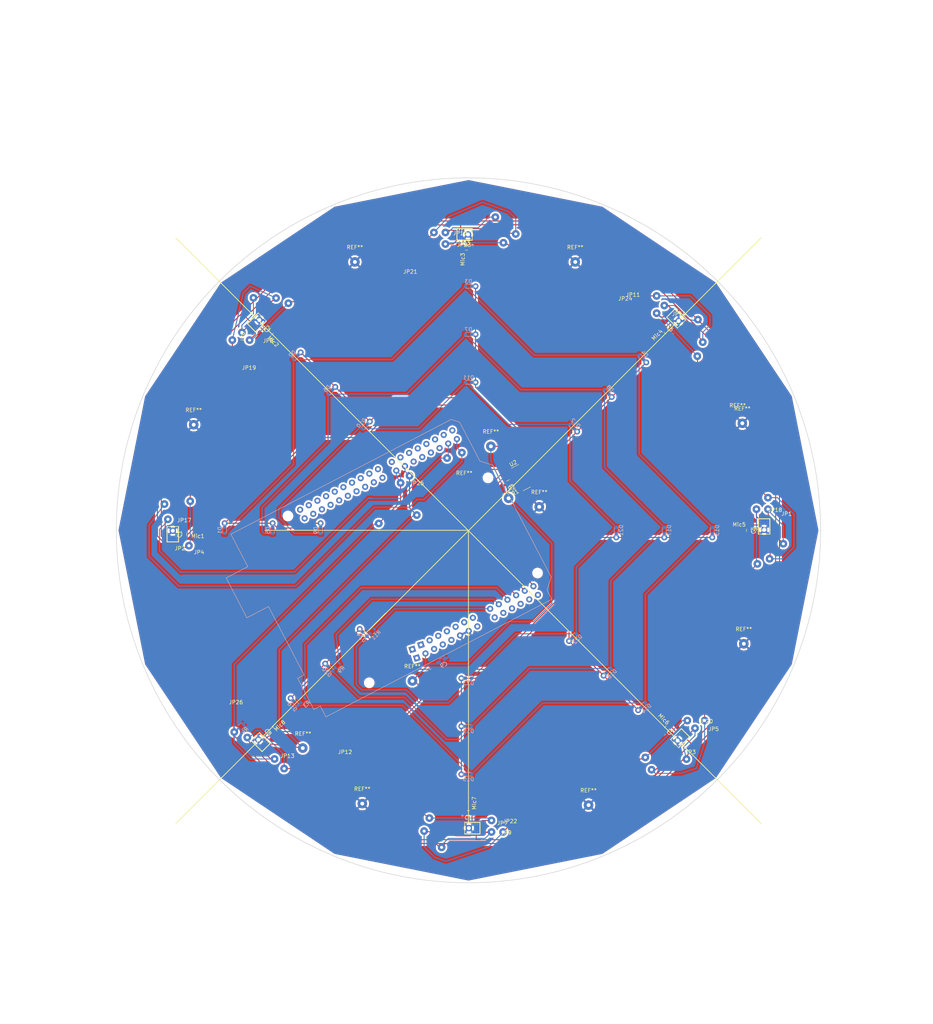
<source format=kicad_pcb>
(kicad_pcb (version 4) (host pcbnew 4.0.7)
  (title_block (date 2-28-18))
  (layers (0 F.Cu signal) (31 B.Cu signal) (34 B.Paste user) (35 F.Paste user) (36 B.SilkS user hide) (37 F.SilkS user hide) (38 B.Mask user) (39 F.Mask user) (44 Edge.Cuts user))
  (net 0 "")
  (net 1 GND)
  (net 2 /Clock)
  (net 3 /WS)
  (net 4 /SerialData)
  (net 5 "Net-(JP11-Pad1)")
  (net 6 "Net-(JP15-Pad1)")
  (net 7 "Net-(JP12-Pad1)")
  (net 8 "Net-(JP18-Pad1)")
  (net 9 "Net-(JP19-Pad1)")
  (net 10 "Net-(JP20-Pad1)")
  (net 11 "Net-(JP21-Pad1)")
  (net 12 /LEDArray/LEDSA)
  (net 13 /LEDArray/LEDSB)
  (net 14 /LEDArray/LEDSC)
  (net 15 "Net-(R1-Pad1)")
  (net 16 +3V3)
  (net 17 "Net-(R2-Pad1)")
  (net 18 /LEDArray/ColSelectA)
  (net 19 /LEDArray/Row1)
  (net 20 /LEDArray/Row2)
  (net 21 /LEDArray/Row3)
  (net 22 /LEDArray/Row4)
  (net 23 /LEDArray/ColSelectB)
  (net 24 /LEDArray/ColSelectC)
  (net 25 /LEDArray/Row5)
  (net 26 /LEDArray/Row6)
  (net 27 /LEDArray/Row7)
  (net 28 /LEDArray/Row8)
  (net 29 /LEDArray/RowSelectC)
  (net 30 /LEDArray/RowSelectA)
  (net 31 /LEDArray/RowSelectB)
  (net 32 /WISO)
  (module Wire_Pads:SolderWirePad_single_1mmDrill (layer F.Cu) (at 132.83692 79.63662)
    (fp_text reference REF** (at 0 -3.81) (layer F.SilkS))
    (fp_text value SolderWirePad_single_1mmDrill)
    (pad 1 thru_hole circle (at 0 0) (size 2.49936 2.49936) (drill 1.00076) (layers *.Cu *.Mask) (net 16 +3V3))
  )
  (module Wire_Pads:SolderWirePad_single_1mmDrill (layer F.Cu) (at 125.90272 90.41892)
    (fp_text reference REF** (at 0 -3.81) (layer F.SilkS))
    (fp_text value SolderWirePad_single_1mmDrill)
    (pad 1 thru_hole circle (at 11.53668 2.74828) (size 2.49936 2.49936) (drill 1.00076) (layers *.Cu *.Mask) (net 16 +3V3))
  )
  (module Wire_Pads:SolderWirePad_single_1mmDrill (layer F.Cu) (at 97.42424 31.66618)
    (fp_text reference REF** (at 0 -3.81) (layer F.SilkS))
    (fp_text value SolderWirePad_single_1mmDrill)
    (pad 1 thru_hole circle (at 0 0) (size 2.49936 2.49936) (drill 1.00076) (layers *.Cu *.Mask) (net 1 GND))
  )
  (module Wire_Pads:SolderWirePad_single_1mmDrill (layer F.Cu) (at 55.44566 74.0283)
    (fp_text reference REF** (at 0 -3.81) (layer F.SilkS))
    (fp_text value SolderWirePad_single_1mmDrill)
    (pad 1 thru_hole circle (at 0 0) (size 2.49936 2.49936) (drill 1.00076) (layers *.Cu *.Mask) (net 1 GND))
  )
  (module Wire_Pads:SolderWirePad_single_1mmDrill (layer F.Cu) (at 99.34956 172.6184)
    (fp_text reference REF** (at 0 -3.81) (layer F.SilkS))
    (fp_text value SolderWirePad_single_1mmDrill)
    (pad 1 thru_hole circle (at 0 0) (size 2.49936 2.49936) (drill 1.00076) (layers *.Cu *.Mask) (net 1 GND))
  )
  (module Wire_Pads:SolderWirePad_single_1mmDrill (layer F.Cu) (at 158.27248 173.00448)
    (fp_text reference REF** (at 0 -3.81) (layer F.SilkS))
    (fp_text value SolderWirePad_single_1mmDrill)
    (pad 1 thru_hole circle (at 0 0) (size 2.49936 2.49936) (drill 1.00076) (layers *.Cu *.Mask) (net 1 GND))
  )
  (module Wire_Pads:SolderWirePad_single_1mmDrill (layer F.Cu) (at 198.70928 131.0259)
    (fp_text reference REF** (at 0 -3.81) (layer F.SilkS))
    (fp_text value SolderWirePad_single_1mmDrill)
    (pad 1 thru_hole circle (at 0 0) (size 2.49936 2.49936) (drill 1.00076) (layers *.Cu *.Mask) (net 1 GND))
  )
  (module Wire_Pads:SolderWirePad_single_1mmDrill (layer F.Cu) (at 198.3232 73.64476)
    (fp_text reference REF** (at 0 -3.81) (layer F.SilkS))
    (fp_text value SolderWirePad_single_1mmDrill)
    (pad 1 thru_hole circle (at 0 0) (size 2.49936 2.49936) (drill 1.00076) (layers *.Cu *.Mask) (net 1 GND))
  )
  (module Wire_Pads:SolderWirePad_single_1mmDrill (layer F.Cu) (at 197.09638 72.81418)
    (fp_text reference REF** (at 0 -3.81) (layer F.SilkS))
    (fp_text value SolderWirePad_single_1mmDrill)
  )
  (module Wire_Connections_Bridges:WireConnection_0.80mmDrill (layer F.Cu) (at 205 97)
    (fp_text reference JP1 (at 4.8514 0.2032) (layer F.SilkS))
    (fp_text value Jumper)
    (pad 1 thru_hole circle (at 0 -1) (size 1.99898 1.99898) (drill 0.8001) (layers *.Cu *.Mask) (net 4 /SerialData))
    (pad 2 thru_hole circle (at 4 8) (size 1.99898 1.99898) (drill 0.8001) (layers *.Cu *.Mask) (net 4 /SerialData))
  )
  (module Wire_Connections_Bridges:WireConnection_0.80mmDrill (layer F.Cu) (at 198 101)
    (fp_text reference JP15 (at 4.8514 0.2032) (layer F.SilkS))
    (fp_text value Jumper)
    (pad 1 thru_hole circle (at 7 -8) (size 1.99898 1.99898) (drill 0.8001) (layers *.Cu *.Mask) (net 6 "Net-(JP15-Pad1)"))
    (pad 2 thru_hole circle (at 7.41488 7.91012) (size 1.99898 1.99898) (drill 0.8001) (layers *.Cu *.Mask) (net 6 "Net-(JP15-Pad1)"))
  )
  (module Wire_Connections_Bridges:WireConnection_0.80mmDrill (layer F.Cu) (at 202 96)
    (fp_text reference JP18 (at 4.8514 0.2032) (layer F.SilkS))
    (fp_text value Jumper)
    (pad 1 thru_hole circle (at 0 0) (size 1.99898 1.99898) (drill 0.8001) (layers *.Cu *.Mask) (net 8 "Net-(JP18-Pad1)"))
    (pad 2 thru_hole circle (at 0.2475 14.236) (size 1.99898 1.99898) (drill 0.8001) (layers *.Cu *.Mask) (net 8 "Net-(JP18-Pad1)"))
  )
  (module Capacitors_SMD:C_0603_HandSoldering (layer F.Cu) (at 53 102.5 90)
    (fp_text reference C1 (at 0 -1.25 90) (layer F.SilkS))
    (fp_text value ".1u ")
    (pad 1 smd rect (at -0.95 0 90) (size 1.2 0.75) (layers F.Cu F.Paste F.Mask) (net 16 +3V3))
    (pad 2 smd rect (at 0.95 0 90) (size 1.2 0.75) (layers F.Cu F.Paste F.Mask) (net 1 GND))
  )
  (module Capacitors_SMD:C_0603_HandSoldering (layer F.Cu) (at 75.5 50 45)
    (fp_text reference C2 (at 0 -1.25 45) (layer F.SilkS))
    (fp_text value ".1u ")
    (pad 1 smd rect (at -0.95 0 45) (size 1.2 0.75) (layers F.Cu F.Paste F.Mask) (net 16 +3V3))
    (pad 2 smd rect (at 0.95 0 45) (size 1.2 0.75) (layers F.Cu F.Paste F.Mask) (net 1 GND))
  )
  (module Capacitors_SMD:C_0603_HandSoldering (layer F.Cu) (at 126.5 28)
    (fp_text reference C3 (at 0 -1.25) (layer F.SilkS))
    (fp_text value ".1u ")
    (pad 1 smd rect (at -0.95 0) (size 1.2 0.75) (layers F.Cu F.Paste F.Mask) (net 16 +3V3))
    (pad 2 smd rect (at 0.95 0) (size 1.2 0.75) (layers F.Cu F.Paste F.Mask) (net 1 GND))
  )
  (module Capacitors_SMD:C_0603_HandSoldering (layer F.Cu) (at 178.70424 153.05532 225)
    (fp_text reference C4 (at 0 -1.25 225) (layer F.SilkS))
    (fp_text value ".1u ")
    (pad 1 smd rect (at -0.95 0 225) (size 1.2 0.75) (layers F.Cu F.Paste F.Mask) (net 16 +3V3))
    (pad 2 smd rect (at 0.95 0 225) (size 1.2 0.75) (layers F.Cu F.Paste F.Mask) (net 1 GND))
  )
  (module Capacitors_SMD:C_0603_HandSoldering (layer F.Cu) (at 200 101.5 270)
    (fp_text reference C5 (at 0 -1.25 270) (layer F.SilkS))
    (fp_text value ".1u ")
    (pad 1 smd rect (at -0.95 0 270) (size 1.2 0.75) (layers F.Cu F.Paste F.Mask) (net 16 +3V3))
    (pad 2 smd rect (at 0.95 0 270) (size 1.2 0.75) (layers F.Cu F.Paste F.Mask) (net 1 GND))
  )
  (module Capacitors_SMD:C_0603_HandSoldering (layer F.Cu) (at 178.59248 49.78908 315)
    (fp_text reference C6 (at 0 -1.25 315) (layer F.SilkS))
    (fp_text value ".1u ")
    (pad 1 smd rect (at -0.95 0 315) (size 1.2 0.75) (layers F.Cu F.Paste F.Mask) (net 16 +3V3))
    (pad 2 smd rect (at 0.95 0 315) (size 1.2 0.75) (layers F.Cu F.Paste F.Mask) (net 1 GND))
  )
  (module Capacitors_SMD:C_0603_HandSoldering (layer F.Cu) (at 126.95936 175.01616 180)
    (fp_text reference C7 (at 0 -1.25 180) (layer F.SilkS))
    (fp_text value ".1u ")
    (pad 1 smd rect (at -0.95 0 180) (size 1.2 0.75) (layers F.Cu F.Paste F.Mask) (net 16 +3V3))
    (pad 2 smd rect (at 0.95 0 180) (size 1.2 0.75) (layers F.Cu F.Paste F.Mask) (net 1 GND))
  )
  (module Capacitors_SMD:C_0603_HandSoldering (layer F.Cu) (at 75.66152 153.16708 135)
    (fp_text reference C8 (at 0 -1.25 135) (layer F.SilkS))
    (fp_text value .1u)
    (pad 1 smd rect (at -0.95 0 135) (size 1.2 0.75) (layers F.Cu F.Paste F.Mask) (net 16 +3V3))
    (pad 2 smd rect (at 0.95 0 135) (size 1.2 0.75) (layers F.Cu F.Paste F.Mask) (net 1 GND))
  )
  (module Wire_Connections_Bridges:WireConnection_0.80mmDrill (layer F.Cu) (at 180 159)
    (fp_text reference JP3 (at 4.8514 0.2032) (layer F.SilkS))
    (fp_text value Jumper)
    (pad 1 thru_hole circle (at -5.31912 4.78428) (size 1.99898 1.99898) (drill 0.8001) (layers *.Cu *.Mask) (net 8 "Net-(JP18-Pad1)"))
    (pad 2 thru_hole circle (at 8.5 -8) (size 1.99898 1.99898) (drill 0.8001) (layers *.Cu *.Mask) (net 8 "Net-(JP18-Pad1)"))
  )
  (module Wire_Connections_Bridges:WireConnection_0.80mmDrill (layer F.Cu) (at 52 107)
    (fp_text reference JP4 (at 4.8514 0.2032) (layer F.SilkS))
    (fp_text value Jumper)
    (pad 1 thru_hole circle (at 2.2036 -1.49856) (size 1.99898 1.99898) (drill 0.8001) (layers *.Cu *.Mask) (net 9 "Net-(JP19-Pad1)"))
    (pad 2 thru_hole circle (at 2.53888 -13.06572) (size 1.99898 1.99898) (drill 0.8001) (layers *.Cu *.Mask) (net 9 "Net-(JP19-Pad1)"))
  )
  (module Wire_Connections_Bridges:WireConnection_0.80mmDrill (layer F.Cu) (at 186 153)
    (fp_text reference JP5 (at 4.8514 0.2032) (layer F.SilkS))
    (fp_text value Jumper)
    (pad 1 thru_hole circle (at 0 0) (size 1.99898 1.99898) (drill 0.8001) (layers *.Cu *.Mask) (net 4 /SerialData))
    (pad 2 thru_hole circle (at -2.21068 8.04616) (size 1.99898 1.99898) (drill 0.8001) (layers *.Cu *.Mask) (net 4 /SerialData))
  )
  (module Wire_Connections_Bridges:WireConnection_0.80mmDrill (layer F.Cu) (at 68 56 90)
    (fp_text reference JP6 (at 4.8514 0.2032 90) (layer F.SilkS))
    (fp_text value Jumper)
    (pad 1 thru_hole circle (at 6 0 90) (size 1.99898 1.99898) (drill 0.8001) (layers *.Cu *.Mask) (net 4 /SerialData))
    (pad 2 thru_hole circle (at 15 3 90) (size 1.99898 1.99898) (drill 0.8001) (layers *.Cu *.Mask) (net 4 /SerialData))
  )
  (module Wire_Connections_Bridges:WireConnection_0.80mmDrill (layer F.Cu) (at 131 177.5)
    (fp_text reference JP7 (at 4.8514 0.2032) (layer F.SilkS))
    (fp_text value Jumper)
    (pad 1 thru_hole circle (at -15.55192 2.26596) (size 1.99898 1.99898) (drill 0.8001) (layers *.Cu *.Mask) (net 10 "Net-(JP20-Pad1)"))
    (pad 2 thru_hole circle (at 5 2.5) (size 1.99898 1.99898) (drill 0.8001) (layers *.Cu *.Mask) (net 10 "Net-(JP20-Pad1)"))
  )
  (module Wire_Connections_Bridges:WireConnection_0.80mmDrill (layer F.Cu) (at 70 52)
    (fp_text reference JP8 (at 4.8514 0.2032) (layer F.SilkS))
    (fp_text value Jumper)
    (pad 1 thru_hole circle (at 0 0) (size 1.99898 1.99898) (drill 0.8001) (layers *.Cu *.Mask) (net 11 "Net-(JP21-Pad1)"))
    (pad 2 thru_hole circle (at 10.0989 -9.5947) (size 1.99898 1.99898) (drill 0.8001) (layers *.Cu *.Mask) (net 11 "Net-(JP21-Pad1)"))
  )
  (module Wire_Connections_Bridges:WireConnection_0.80mmDrill (layer F.Cu) (at 132 180)
    (fp_text reference JP9 (at 4.8514 0.2032) (layer F.SilkS))
    (fp_text value Jumper)
    (pad 1 thru_hole circle (at 1 0) (size 1.99898 1.99898) (drill 0.8001) (layers *.Cu *.Mask) (net 4 /SerialData))
    (pad 2 thru_hole circle (at -12 4) (size 1.99898 1.99898) (drill 0.8001) (layers *.Cu *.Mask) (net 4 /SerialData))
  )
  (module Wire_Connections_Bridges:WireConnection_0.80mmDrill (layer F.Cu) (at 120 24)
    (fp_text reference JP10 (at 4.8514 0.2032) (layer F.SilkS))
    (fp_text value Jumper)
    (pad 1 thru_hole circle (at 1 0) (size 1.99898 1.99898) (drill 0.8001) (layers *.Cu *.Mask) (net 4 /SerialData))
    (pad 2 thru_hole circle (at 14 -4 90) (size 1.99898 1.99898) (drill 0.8001) (layers *.Cu *.Mask) (net 4 /SerialData))
  )
  (module Wire_Connections_Bridges:WireConnection_0.80mmDrill (layer F.Cu) (at 165 40)
    (fp_text reference JP11 (at 4.8514 0.2032) (layer F.SilkS))
    (fp_text value Jumper)
    (pad 1 thru_hole circle (at 23.0235 12.5399) (size 1.99898 1.99898) (drill 0.8001) (layers *.Cu *.Mask) (net 5 "Net-(JP11-Pad1)"))
    (pad 2 thru_hole circle (at 11 0.5) (size 1.99898 1.99898) (drill 0.8001) (layers *.Cu *.Mask) (net 5 "Net-(JP11-Pad1)"))
  )
  (module Wire_Connections_Bridges:WireConnection_0.80mmDrill (layer F.Cu) (at 90 159)
    (fp_text reference JP12 (at 4.8514 0.2032) (layer F.SilkS))
    (fp_text value Jumper)
    (pad 1 thru_hole circle (at -20.59704 -3.59772) (size 1.99898 1.99898) (drill 0.8001) (layers *.Cu *.Mask) (net 7 "Net-(JP12-Pad1)"))
    (pad 2 thru_hole circle (at -11 4.5) (size 1.99898 1.99898) (drill 0.8001) (layers *.Cu *.Mask) (net 7 "Net-(JP12-Pad1)"))
  )
  (module Wire_Connections_Bridges:WireConnection_0.80mmDrill (layer F.Cu) (at 75 160)
    (fp_text reference JP13 (at 4.8514 0.2032) (layer F.SilkS))
    (fp_text value Jumper)
    (pad 1 thru_hole circle (at 1.5 1) (size 1.99898 1.99898) (drill 0.8001) (layers *.Cu *.Mask) (net 4 /SerialData))
    (pad 2 thru_hole circle (at -9 -6) (size 1.99898 1.99898) (drill 0.8001) (layers *.Cu *.Mask) (net 4 /SerialData))
  )
  (module Wire_Connections_Bridges:WireConnection_0.80mmDrill (layer F.Cu) (at 177 45)
    (fp_text reference JP14 (at 4.8514 0.2032) (layer F.SilkS))
    (fp_text value Jumper)
    (pad 1 thru_hole circle (at 1 -2) (size 1.99898 1.99898) (drill 0.8001) (layers *.Cu *.Mask) (net 4 /SerialData))
    (pad 2 thru_hole circle (at 9.75096 1.6598) (size 1.99898 1.99898) (drill 0.8001) (layers *.Cu *.Mask) (net 4 /SerialData))
  )
  (module Wire_Connections_Bridges:WireConnection_0.80mmDrill (layer F.Cu) (at 47 106)
    (fp_text reference JP2 (at 4.8514 0.2032) (layer F.SilkS))
    (fp_text value Jumper)
    (pad 1 thru_hole circle (at 78.2855 -24.72) (size 1.99898 1.99898) (drill 0.8001) (layers *.Cu *.Mask) (net 2 /Clock))
    (pad 2 thru_hole circle (at 0.8282 -11.3215) (size 1.99898 1.99898) (drill 0.8001) (layers *.Cu *.Mask) (net 2 /Clock))
  )
  (module Wire_Connections_Bridges:WireConnection_0.80mmDrill (layer F.Cu) (at 65 59)
    (fp_text reference JP19 (at 4.8514 0.2032) (layer F.SilkS))
    (fp_text value Jumper)
    (pad 1 thru_hole circle (at 11.8985 -17.9282) (size 1.99898 1.99898) (drill 0.8001) (layers *.Cu *.Mask) (net 9 "Net-(JP19-Pad1)"))
    (pad 2 thru_hole circle (at 0.5 -7) (size 1.99898 1.99898) (drill 0.8001) (layers *.Cu *.Mask) (net 9 "Net-(JP19-Pad1)"))
  )
  (module Wire_Connections_Bridges:WireConnection_0.80mmDrill (layer F.Cu) (at 184 151)
    (fp_text reference JP20 (at 4.8514 0.2032) (layer F.SilkS))
    (fp_text value Jumper)
    (pad 1 thru_hole circle (at 0 0) (size 1.99898 1.99898) (drill 0.8001) (layers *.Cu *.Mask) (net 10 "Net-(JP20-Pad1)"))
    (pad 2 thru_hole circle (at -10.93964 9.59912) (size 1.99898 1.99898) (drill 0.8001) (layers *.Cu *.Mask) (net 10 "Net-(JP20-Pad1)"))
  )
  (module Wire_Connections_Bridges:WireConnection_0.80mmDrill (layer F.Cu) (at 107 34)
    (fp_text reference JP21 (at 4.8514 0.2032) (layer F.SilkS))
    (fp_text value Jumper)
    (pad 1 thru_hole circle (at 32.319 -9.616) (size 1.99898 1.99898) (drill 0.8001) (layers *.Cu *.Mask) (net 11 "Net-(JP21-Pad1)"))
    (pad 2 thru_hole circle (at 11 -10) (size 1.99898 1.99898) (drill 0.8001) (layers *.Cu *.Mask) (net 11 "Net-(JP21-Pad1)"))
  )
  (module Wire_Connections_Bridges:WireConnection_0.80mmDrill (layer F.Cu) (at 133 177)
    (fp_text reference JP22 (at 4.8514 0.2032) (layer F.SilkS))
    (fp_text value Jumper)
    (pad 1 thru_hole circle (at 0 0) (size 1.99898 1.99898) (drill 0.8001) (layers *.Cu *.Mask) (net 7 "Net-(JP12-Pad1)"))
    (pad 2 thru_hole circle (at -16.1854 -0.6224) (size 1.99898 1.99898) (drill 0.8001) (layers *.Cu *.Mask) (net 7 "Net-(JP12-Pad1)"))
  )
  (module Wire_Connections_Bridges:WireConnection_0.80mmDrill (layer F.Cu) (at 121 27)
    (fp_text reference JP23 (at 4.8514 0.2032) (layer F.SilkS))
    (fp_text value Jumper)
    (pad 1 thru_hole circle (at 0 0) (size 1.99898 1.99898) (drill 0.8001) (layers *.Cu *.Mask) (net 5 "Net-(JP11-Pad1)"))
    (pad 2 thru_hole circle (at 15.1059 -0.33) (size 1.99898 1.99898) (drill 0.8001) (layers *.Cu *.Mask) (net 5 "Net-(JP11-Pad1)"))
  )
  (module Wire_Connections_Bridges:WireConnection_0.80mmDrill (layer F.Cu) (at 163 41)
    (fp_text reference JP24 (at 4.8514 0.2032) (layer F.SilkS))
    (fp_text value Jumper)
    (pad 1 thru_hole circle (at 13 4) (size 1.99898 1.99898) (drill 0.8001) (layers *.Cu *.Mask) (net 6 "Net-(JP15-Pad1)"))
    (pad 2 thru_hole circle (at 23.6011 15.1848) (size 1.99898 1.99898) (drill 0.8001) (layers *.Cu *.Mask) (net 6 "Net-(JP15-Pad1)"))
  )
  (module Resistors_SMD:R_0603 (layer F.Cu) (at 138.3792 90.4875 212.5)
    (fp_text reference R1 (at 0 -1.45 212.5) (layer F.SilkS))
    (fp_text value 1k)
    (pad 1 smd rect (at -0.75 0 212.5) (size 0.5 0.9) (layers F.Cu F.Paste F.Mask) (net 15 "Net-(R1-Pad1)"))
    (pad 2 smd rect (at 0.75 0 212.5) (size 0.5 0.9) (layers F.Cu F.Paste F.Mask) (net 16 +3V3))
  )
  (module Resistors_SMD:R_0603 (layer F.Cu) (at 137.6045 89.1286 207.5)
    (fp_text reference R2 (at 0 -1.45 207.5) (layer F.SilkS))
    (fp_text value 1k)
    (pad 1 smd rect (at -0.75 0 207.5) (size 0.5 0.9) (layers F.Cu F.Paste F.Mask) (net 17 "Net-(R2-Pad1)"))
    (pad 2 smd rect (at 0.75 0 207.5) (size 0.5 0.9) (layers F.Cu F.Paste F.Mask) (net 1 GND))
  )
  (module Resistors_SMD:R_0603 (layer B.Cu) (at 83.87588 145.73504 45)
    (fp_text reference R3 (at 0 1.45 45) (layer B.SilkS) (effects (justify mirror)))
    (fp_text value 100)
    (pad 1 smd rect (at -0.75 0 45) (size 0.5 0.9) (layers B.Cu B.Paste B.Mask) (net 12 /LEDArray/LEDSA))
    (pad 2 smd rect (at 0.75 0 45) (size 0.5 0.9) (layers B.Cu B.Paste B.Mask) (net 18 /LEDArray/ColSelectA))
  )
  (module Resistors_SMD:R_0603 (layer B.Cu) (at 92.87256 136.68248 45)
    (fp_text reference R9 (at 0 1.45 45) (layer B.SilkS) (effects (justify mirror)))
    (fp_text value 100)
    (pad 1 smd rect (at -0.75 0 45) (size 0.5 0.9) (layers B.Cu B.Paste B.Mask) (net 13 /LEDArray/LEDSB))
    (pad 2 smd rect (at 0.75 0 45) (size 0.5 0.9) (layers B.Cu B.Paste B.Mask) (net 23 /LEDArray/ColSelectB))
  )
  (module Resistors_SMD:R_0603 (layer B.Cu) (at 101.92512 127.74168 45)
    (fp_text reference R11 (at 0 1.45 45) (layer B.SilkS) (effects (justify mirror)))
    (fp_text value 100)
    (pad 1 smd rect (at -0.75 0 45) (size 0.5 0.9) (layers B.Cu B.Paste B.Mask) (net 14 /LEDArray/LEDSC))
    (pad 2 smd rect (at 0.75 0 45) (size 0.5 0.9) (layers B.Cu B.Paste B.Mask) (net 24 /LEDArray/ColSelectC))
  )
  (module Resistors_SMD:R_Cat16-8 (layer F.Cu) (at 140.64996 87.78748 27.5)
    (fp_text reference U2 (at -0.069999 -4.22 27.5) (layer F.SilkS))
    (fp_text value SN74HC138)
    (pad 4 smd rect (at -0.76 -0.4 207.5) (size 0.76 0.43) (layers F.Cu F.Paste F.Mask) (net 17 "Net-(R2-Pad1)"))
    (pad 13 smd rect (at 0.76 -0.4 207.5) (size 0.76 0.43) (layers F.Cu F.Paste F.Mask) (net 21 /LEDArray/Row3))
    (pad 5 smd rect (at -0.76 0.4 207.5) (size 0.76 0.43) (layers F.Cu F.Paste F.Mask) (net 17 "Net-(R2-Pad1)"))
    (pad 12 smd rect (at 0.76 0.4 207.5) (size 0.76 0.43) (layers F.Cu F.Paste F.Mask) (net 22 /LEDArray/Row4))
    (pad 3 smd rect (at -0.76 -1.2 207.5) (size 0.76 0.43) (layers F.Cu F.Paste F.Mask) (net 29 /LEDArray/RowSelectC))
    (pad 6 smd rect (at -0.76 1.2 207.5) (size 0.76 0.43) (layers F.Cu F.Paste F.Mask) (net 15 "Net-(R1-Pad1)"))
    (pad 11 smd rect (at 0.76 1.2 207.5) (size 0.76 0.43) (layers F.Cu F.Paste F.Mask) (net 25 /LEDArray/Row5))
    (pad 14 smd rect (at 0.76 -1.2 207.5) (size 0.76 0.43) (layers F.Cu F.Paste F.Mask) (net 20 /LEDArray/Row2))
    (pad 7 smd rect (at -0.76 2 207.5) (size 0.76 0.43) (layers F.Cu F.Paste F.Mask) (net 28 /LEDArray/Row8))
    (pad 8 smd rect (at -0.76 2.8 207.5) (size 0.76 0.43) (layers F.Cu F.Paste F.Mask) (net 1 GND))
    (pad 1 smd rect (at -0.76 -2.8 207.5) (size 0.76 0.43) (layers F.Cu F.Paste F.Mask) (net 30 /LEDArray/RowSelectA))
    (pad 2 smd rect (at -0.76 -2 207.5) (size 0.76 0.43) (layers F.Cu F.Paste F.Mask) (net 31 /LEDArray/RowSelectB))
    (pad 15 smd rect (at 0.76 -2 207.5) (size 0.76 0.43) (layers F.Cu F.Paste F.Mask) (net 19 /LEDArray/Row1))
    (pad 16 smd rect (at 0.76 -2.8 207.5) (size 0.76 0.43) (layers F.Cu F.Paste F.Mask) (net 16 +3V3))
    (pad 9 smd rect (at 0.76 2.8 207.5) (size 0.76 0.43) (layers F.Cu F.Paste F.Mask) (net 27 /LEDArray/Row7))
    (pad 10 smd rect (at 0.76 2 207.5) (size 0.76 0.43) (layers F.Cu F.Paste F.Mask) (net 26 /LEDArray/Row6))
  )
  (module Capacitors_SMD:C_0603_HandSoldering (layer B.Cu) (at 120.03024 135.39724 27)
    (fp_text reference C9 (at 0 1.25 27) (layer B.SilkS) (effects (justify mirror)))
    (fp_text value 10uF)
    (pad 1 smd rect (at -0.95 0 27) (size 1.2 0.75) (layers B.Cu B.Paste B.Mask) (net 16 +3V3))
    (pad 2 smd rect (at 0.95 0 27) (size 1.2 0.75) (layers B.Cu B.Paste B.Mask) (net 1 GND))
  )
  (module Resistors_SMD:R_0603 (layer B.Cu) (at 67.78244 152.5524 45)
    (fp_text reference R4 (at 0 1.45 45) (layer B.SilkS) (effects (justify mirror)))
    (fp_text value 100k)
    (pad 1 smd rect (at -0.75 0 45) (size 0.5 0.9) (layers B.Cu B.Paste B.Mask) (net 4 /SerialData))
    (pad 2 smd rect (at 0.75 0 45) (size 0.5 0.9) (layers B.Cu B.Paste B.Mask) (net 1 GND))
  )
  (module KiKadCustLib:LED_0603Custom (layer B.Cu) (at 63.5 101.5 270)
    (fp_text reference D1 (at 0 1.249999 270) (layer B.SilkS) (effects (justify mirror)))
    (fp_text value LED)
    (pad 2 smd rect (at 0.8 0 90) (size 0.8 0.8) (layers B.Cu B.Paste B.Mask) (net 12 /LEDArray/LEDSA))
    (pad 1 smd rect (at -0.8 0 90) (size 0.8 0.8) (layers B.Cu B.Paste B.Mask) (net 19 /LEDArray/Row1))
    (pad 1 thru_hole circle (at -1.85 0 270) (size 1.524 1.524) (drill 0.762) (layers *.Cu *.Mask) (net 19 /LEDArray/Row1))
  )
  (module KiKadCustLib:LED_0603Custom (layer B.Cu) (at 82 56.5 225)
    (fp_text reference D2 (at 0 1.249999 225) (layer B.SilkS) (effects (justify mirror)))
    (fp_text value LED)
    (pad 2 smd rect (at 0.8 0 45) (size 0.8 0.8) (layers B.Cu B.Paste B.Mask) (net 12 /LEDArray/LEDSA))
    (pad 1 smd rect (at -0.8 0 45) (size 0.8 0.8) (layers B.Cu B.Paste B.Mask) (net 20 /LEDArray/Row2))
    (pad 1 thru_hole circle (at -1.85 0 225) (size 1.524 1.524) (drill 0.762) (layers *.Cu *.Mask) (net 20 /LEDArray/Row2))
  )
  (module KiKadCustLib:LED_0603Custom (layer B.Cu) (at 127 38 180)
    (fp_text reference D3 (at 0 1.249999 180) (layer B.SilkS) (effects (justify mirror)))
    (fp_text value LED)
    (pad 2 smd rect (at 0.8 0) (size 0.8 0.8) (layers B.Cu B.Paste B.Mask) (net 12 /LEDArray/LEDSA))
    (pad 1 smd rect (at -0.8 0) (size 0.8 0.8) (layers B.Cu B.Paste B.Mask) (net 21 /LEDArray/Row3))
    (pad 1 thru_hole circle (at -1.85 0 180) (size 1.524 1.524) (drill 0.762) (layers *.Cu *.Mask) (net 21 /LEDArray/Row3))
  )
  (module KiKadCustLib:LED_0603Custom (layer B.Cu) (at 172 56.5 135)
    (fp_text reference D4 (at 0 1.249999 135) (layer B.SilkS) (effects (justify mirror)))
    (fp_text value LED)
    (pad 2 smd rect (at 0.8 0 315) (size 0.8 0.8) (layers B.Cu B.Paste B.Mask) (net 12 /LEDArray/LEDSA))
    (pad 1 smd rect (at -0.8 0 315) (size 0.8 0.8) (layers B.Cu B.Paste B.Mask) (net 22 /LEDArray/Row4))
    (pad 1 thru_hole circle (at -1.85 0 135) (size 1.524 1.524) (drill 0.762) (layers *.Cu *.Mask) (net 22 /LEDArray/Row4))
  )
  (module KiKadCustLib:LED_0603Custom (layer B.Cu) (at 76 101.5 270)
    (fp_text reference D5 (at 0 1.249999 270) (layer B.SilkS) (effects (justify mirror)))
    (fp_text value LED)
    (pad 2 smd rect (at 0.8 0 90) (size 0.8 0.8) (layers B.Cu B.Paste B.Mask) (net 13 /LEDArray/LEDSB))
    (pad 1 smd rect (at -0.8 0 90) (size 0.8 0.8) (layers B.Cu B.Paste B.Mask) (net 19 /LEDArray/Row1))
    (pad 1 thru_hole circle (at -1.85 0 270) (size 1.524 1.524) (drill 0.762) (layers *.Cu *.Mask) (net 19 /LEDArray/Row1))
  )
  (module KiKadCustLib:LED_0603Custom (layer B.Cu) (at 91 65.5 225)
    (fp_text reference D6 (at 0 1.249999 225) (layer B.SilkS) (effects (justify mirror)))
    (fp_text value LED)
    (pad 2 smd rect (at 0.8 0 45) (size 0.8 0.8) (layers B.Cu B.Paste B.Mask) (net 13 /LEDArray/LEDSB))
    (pad 1 smd rect (at -0.8 0 45) (size 0.8 0.8) (layers B.Cu B.Paste B.Mask) (net 20 /LEDArray/Row2))
    (pad 1 thru_hole circle (at -1.85 0 225) (size 1.524 1.524) (drill 0.762) (layers *.Cu *.Mask) (net 20 /LEDArray/Row2))
  )
  (module KiKadCustLib:LED_0603Custom (layer B.Cu) (at 127 50.5 180)
    (fp_text reference D7 (at 0 1.249999 180) (layer B.SilkS) (effects (justify mirror)))
    (fp_text value LED)
    (pad 2 smd rect (at 0.8 0) (size 0.8 0.8) (layers B.Cu B.Paste B.Mask) (net 13 /LEDArray/LEDSB))
    (pad 1 smd rect (at -0.8 0) (size 0.8 0.8) (layers B.Cu B.Paste B.Mask) (net 21 /LEDArray/Row3))
    (pad 1 thru_hole circle (at -1.85 0 180) (size 1.524 1.524) (drill 0.762) (layers *.Cu *.Mask) (net 21 /LEDArray/Row3))
  )
  (module KiKadCustLib:LED_0603Custom (layer B.Cu) (at 163 65.5 135)
    (fp_text reference D8 (at 0 1.249999 135) (layer B.SilkS) (effects (justify mirror)))
    (fp_text value LED)
    (pad 2 smd rect (at 0.8 0 315) (size 0.8 0.8) (layers B.Cu B.Paste B.Mask) (net 13 /LEDArray/LEDSB))
    (pad 1 smd rect (at -0.8 0 315) (size 0.8 0.8) (layers B.Cu B.Paste B.Mask) (net 22 /LEDArray/Row4))
    (pad 1 thru_hole circle (at -1.85 0 135) (size 1.524 1.524) (drill 0.762) (layers *.Cu *.Mask) (net 22 /LEDArray/Row4))
  )
  (module KiKadCustLib:LED_0603Custom (layer B.Cu) (at 88.5 101.5 270)
    (fp_text reference D9 (at 0 1.249999 270) (layer B.SilkS) (effects (justify mirror)))
    (fp_text value LED)
    (pad 2 smd rect (at 0.8 0 90) (size 0.8 0.8) (layers B.Cu B.Paste B.Mask) (net 14 /LEDArray/LEDSC))
    (pad 1 smd rect (at -0.8 0 90) (size 0.8 0.8) (layers B.Cu B.Paste B.Mask) (net 19 /LEDArray/Row1))
    (pad 1 thru_hole circle (at -1.85 0 270) (size 1.524 1.524) (drill 0.762) (layers *.Cu *.Mask) (net 19 /LEDArray/Row1))
  )
  (module KiKadCustLib:LED_0603Custom (layer B.Cu) (at 100 74.5 225)
    (fp_text reference D10 (at 0 1.249999 225) (layer B.SilkS) (effects (justify mirror)))
    (fp_text value LED)
    (pad 2 smd rect (at 0.8 0 45) (size 0.8 0.8) (layers B.Cu B.Paste B.Mask) (net 14 /LEDArray/LEDSC))
    (pad 1 smd rect (at -0.8 0 45) (size 0.8 0.8) (layers B.Cu B.Paste B.Mask) (net 20 /LEDArray/Row2))
    (pad 1 thru_hole circle (at -1.85 0 225) (size 1.524 1.524) (drill 0.762) (layers *.Cu *.Mask) (net 20 /LEDArray/Row2))
  )
  (module KiKadCustLib:LED_0603Custom (layer B.Cu) (at 127 63 180)
    (fp_text reference D11 (at 0 1.249999 180) (layer B.SilkS) (effects (justify mirror)))
    (fp_text value LED)
    (pad 2 smd rect (at 0.8 0) (size 0.8 0.8) (layers B.Cu B.Paste B.Mask) (net 14 /LEDArray/LEDSC))
    (pad 1 smd rect (at -0.8 0) (size 0.8 0.8) (layers B.Cu B.Paste B.Mask) (net 21 /LEDArray/Row3))
    (pad 1 thru_hole circle (at -1.85 0 180) (size 1.524 1.524) (drill 0.762) (layers *.Cu *.Mask) (net 21 /LEDArray/Row3))
  )
  (module KiKadCustLib:LED_0603Custom (layer B.Cu) (at 154 74.5 135)
    (fp_text reference D12 (at 0 1.249999 135) (layer B.SilkS) (effects (justify mirror)))
    (fp_text value LED)
    (pad 2 smd rect (at 0.8 0 315) (size 0.8 0.8) (layers B.Cu B.Paste B.Mask) (net 14 /LEDArray/LEDSC))
    (pad 1 smd rect (at -0.8 0 315) (size 0.8 0.8) (layers B.Cu B.Paste B.Mask) (net 22 /LEDArray/Row4))
    (pad 1 thru_hole circle (at -1.85 0 135) (size 1.524 1.524) (drill 0.762) (layers *.Cu *.Mask) (net 22 /LEDArray/Row4))
  )
  (module KiKadCustLib:LED_0603Custom (layer B.Cu) (at 190.5 101.5 90)
    (fp_text reference D13 (at 0 1.249999 90) (layer B.SilkS) (effects (justify mirror)))
    (fp_text value LED)
    (pad 2 smd rect (at 0.8 0 270) (size 0.8 0.8) (layers B.Cu B.Paste B.Mask) (net 12 /LEDArray/LEDSA))
    (pad 1 smd rect (at -0.8 0 270) (size 0.8 0.8) (layers B.Cu B.Paste B.Mask) (net 25 /LEDArray/Row5))
    (pad 1 thru_hole circle (at -1.85 0 90) (size 1.524 1.524) (drill 0.762) (layers *.Cu *.Mask) (net 25 /LEDArray/Row5))
  )
  (module KiKadCustLib:LED_0603Custom (layer B.Cu) (at 172.5 147 45)
    (fp_text reference D14 (at 0 1.249999 45) (layer B.SilkS) (effects (justify mirror)))
    (fp_text value LED)
    (pad 2 smd rect (at 0.8 0 225) (size 0.8 0.8) (layers B.Cu B.Paste B.Mask) (net 12 /LEDArray/LEDSA))
    (pad 1 smd rect (at -0.8 0 225) (size 0.8 0.8) (layers B.Cu B.Paste B.Mask) (net 26 /LEDArray/Row6))
    (pad 1 thru_hole circle (at -1.85 0 45) (size 1.524 1.524) (drill 0.762) (layers *.Cu *.Mask) (net 26 /LEDArray/Row6))
  )
  (module KiKadCustLib:LED_0603Custom (layer B.Cu) (at 127 165)
    (fp_text reference D15 (at 0 1.249999) (layer B.SilkS) (effects (justify mirror)))
    (fp_text value LED)
    (pad 2 smd rect (at 0.8 0 180) (size 0.8 0.8) (layers B.Cu B.Paste B.Mask) (net 12 /LEDArray/LEDSA))
    (pad 1 smd rect (at -0.8 0 180) (size 0.8 0.8) (layers B.Cu B.Paste B.Mask) (net 27 /LEDArray/Row7))
    (pad 1 thru_hole circle (at -1.85 0) (size 1.524 1.524) (drill 0.762) (layers *.Cu *.Mask) (net 27 /LEDArray/Row7))
  )
  (module KiKadCustLib:LED_0603Custom (layer B.Cu) (at 82 146.5 315)
    (fp_text reference D16 (at 0 1.249999 315) (layer B.SilkS) (effects (justify mirror)))
    (fp_text value LED)
    (pad 2 smd rect (at 0.8 0 135) (size 0.8 0.8) (layers B.Cu B.Paste B.Mask) (net 12 /LEDArray/LEDSA))
    (pad 1 smd rect (at -0.8 0 135) (size 0.8 0.8) (layers B.Cu B.Paste B.Mask) (net 28 /LEDArray/Row8))
    (pad 1 thru_hole circle (at -1.85 0 315) (size 1.524 1.524) (drill 0.762) (layers *.Cu *.Mask) (net 28 /LEDArray/Row8))
  )
  (module KiKadCustLib:LED_0603Custom (layer B.Cu) (at 178 101.5 90)
    (fp_text reference D17 (at 0 1.249999 90) (layer B.SilkS) (effects (justify mirror)))
    (fp_text value LED)
    (pad 2 smd rect (at 0.8 0 270) (size 0.8 0.8) (layers B.Cu B.Paste B.Mask) (net 13 /LEDArray/LEDSB))
    (pad 1 smd rect (at -0.8 0 270) (size 0.8 0.8) (layers B.Cu B.Paste B.Mask) (net 25 /LEDArray/Row5))
    (pad 1 thru_hole circle (at -1.85 0 90) (size 1.524 1.524) (drill 0.762) (layers *.Cu *.Mask) (net 25 /LEDArray/Row5))
  )
  (module KiKadCustLib:LED_0603Custom (layer B.Cu) (at 163.5 138 45)
    (fp_text reference D18 (at 0 1.249999 45) (layer B.SilkS) (effects (justify mirror)))
    (fp_text value LED)
    (pad 2 smd rect (at 0.8 0 225) (size 0.8 0.8) (layers B.Cu B.Paste B.Mask) (net 13 /LEDArray/LEDSB))
    (pad 1 smd rect (at -0.8 0 225) (size 0.8 0.8) (layers B.Cu B.Paste B.Mask) (net 26 /LEDArray/Row6))
    (pad 1 thru_hole circle (at -1.85 0 45) (size 1.524 1.524) (drill 0.762) (layers *.Cu *.Mask) (net 26 /LEDArray/Row6))
  )
  (module KiKadCustLib:LED_0603Custom (layer B.Cu) (at 127 152.5)
    (fp_text reference D19 (at 0 1.249999) (layer B.SilkS) (effects (justify mirror)))
    (fp_text value LED)
    (pad 2 smd rect (at 0.8 0 180) (size 0.8 0.8) (layers B.Cu B.Paste B.Mask) (net 13 /LEDArray/LEDSB))
    (pad 1 smd rect (at -0.8 0 180) (size 0.8 0.8) (layers B.Cu B.Paste B.Mask) (net 27 /LEDArray/Row7))
    (pad 1 thru_hole circle (at -1.85 0) (size 1.524 1.524) (drill 0.762) (layers *.Cu *.Mask) (net 27 /LEDArray/Row7))
  )
  (module KiKadCustLib:LED_0603Custom (layer B.Cu) (at 91 137.5 315)
    (fp_text reference D20 (at 0 1.249999 315) (layer B.SilkS) (effects (justify mirror)))
    (fp_text value LED)
    (pad 2 smd rect (at 0.8 0 135) (size 0.8 0.8) (layers B.Cu B.Paste B.Mask) (net 13 /LEDArray/LEDSB))
    (pad 1 smd rect (at -0.8 0 135) (size 0.8 0.8) (layers B.Cu B.Paste B.Mask) (net 28 /LEDArray/Row8))
    (pad 1 thru_hole circle (at -1.85 0 315) (size 1.524 1.524) (drill 0.762) (layers *.Cu *.Mask) (net 28 /LEDArray/Row8))
  )
  (module KiKadCustLib:LED_0603Custom (layer B.Cu) (at 165.5 101.5 90)
    (fp_text reference D21 (at 0 1.249999 90) (layer B.SilkS) (effects (justify mirror)))
    (fp_text value LED)
    (pad 2 smd rect (at 0.8 0 270) (size 0.8 0.8) (layers B.Cu B.Paste B.Mask) (net 14 /LEDArray/LEDSC))
    (pad 1 smd rect (at -0.8 0 270) (size 0.8 0.8) (layers B.Cu B.Paste B.Mask) (net 25 /LEDArray/Row5))
    (pad 1 thru_hole circle (at -1.85 0 90) (size 1.524 1.524) (drill 0.762) (layers *.Cu *.Mask) (net 25 /LEDArray/Row5))
  )
  (module KiKadCustLib:LED_0603Custom (layer B.Cu) (at 154.5 129 45)
    (fp_text reference D22 (at 0 1.249999 45) (layer B.SilkS) (effects (justify mirror)))
    (fp_text value LED)
    (pad 2 smd rect (at 0.8 0 225) (size 0.8 0.8) (layers B.Cu B.Paste B.Mask) (net 14 /LEDArray/LEDSC))
    (pad 1 smd rect (at -0.8 0 225) (size 0.8 0.8) (layers B.Cu B.Paste B.Mask) (net 26 /LEDArray/Row6))
    (pad 1 thru_hole circle (at -1.85 0 45) (size 1.524 1.524) (drill 0.762) (layers *.Cu *.Mask) (net 26 /LEDArray/Row6))
  )
  (module KiKadCustLib:LED_0603Custom (layer B.Cu) (at 127 140)
    (fp_text reference D23 (at 0 1.249999) (layer B.SilkS) (effects (justify mirror)))
    (fp_text value LED)
    (pad 2 smd rect (at 0.8 0 180) (size 0.8 0.8) (layers B.Cu B.Paste B.Mask) (net 14 /LEDArray/LEDSC))
    (pad 1 smd rect (at -0.8 0 180) (size 0.8 0.8) (layers B.Cu B.Paste B.Mask) (net 27 /LEDArray/Row7))
    (pad 1 thru_hole circle (at -1.85 0) (size 1.524 1.524) (drill 0.762) (layers *.Cu *.Mask) (net 27 /LEDArray/Row7))
  )
  (module KiKadCustLib:LED_0603Custom (layer B.Cu) (at 100 128.5 315)
    (fp_text reference D24 (at 0 1.249999 315) (layer B.SilkS) (effects (justify mirror)))
    (fp_text value LED)
    (pad 2 smd rect (at 0.8 0 135) (size 0.8 0.8) (layers B.Cu B.Paste B.Mask) (net 14 /LEDArray/LEDSC))
    (pad 1 smd rect (at -0.8 0 135) (size 0.8 0.8) (layers B.Cu B.Paste B.Mask) (net 28 /LEDArray/Row8))
    (pad 1 thru_hole circle (at -1.85 0 315) (size 1.524 1.524) (drill 0.762) (layers *.Cu *.Mask) (net 28 /LEDArray/Row8))
  )
  (module KiKadCustLib:ICS25000labels (layer F.Cu) (at 77.5 152 45)
    (fp_text reference Mic8 (at 0 0.5 45) (layer F.SilkS))
    (fp_text value ICS-52000)
    (fp_text user GND (at -6.44 0.03 45) (layer F.SilkS) (effects (font (size 0.127 0.127) (thickness 0.015))))
    (fp_text user WS (at -7.58 0.08 45) (layer F.SilkS) (effects (font (size 0.127 0.127) (thickness 0.015))))
    (fp_text user SCK (at -7.58 0.74 45) (layer F.SilkS) (effects (font (size 0.127 0.127) (thickness 0.015))))
    (fp_text user SD (at -7.55 1.39 45) (layer F.SilkS) (effects (font (size 0.127 0.127) (thickness 0.015))))
    (fp_text user WISO (at -5.46 1.38 45) (layer F.SilkS) (effects (font (size 0.127 0.127) (thickness 0.015))))
    (fp_text user CONFIG (at -5.48 0.73 45) (layer F.SilkS) (effects (font (size 0.127 0.127) (thickness 0.015))))
    (fp_text user VDD (at -5.5 0.05 45) (layer F.SilkS) (effects (font (size 0.127 0.127) (thickness 0.015))))
    (pad 7 smd rect (at -7.57 1.68 45) (size 0.6 0.4) (layers F.Cu F.Paste F.Mask) (net 4 /SerialData))
    (pad 5 smd rect (at -7.57 0.38 45) (size 0.6 0.4) (layers F.Cu F.Paste F.Mask) (net 7 "Net-(JP12-Pad1)"))
    (pad 6 smd rect (at -7.57 1.03 45) (size 0.6 0.4) (layers F.Cu F.Paste F.Mask) (net 2 /Clock))
    (pad 1 smd rect (at -5.43 1.675 45) (size 0.6 0.4) (layers F.Cu F.Paste F.Mask) (net 32 /WISO))
    (pad 2 smd rect (at -5.43 1.03 45) (size 0.6 0.4) (layers F.Cu F.Paste F.Mask) (net 16 +3V3))
    (pad 3 smd rect (at -5.43 0.38 45) (size 0.6 0.4) (layers F.Cu F.Paste F.Mask) (net 16 +3V3))
    (pad 4 thru_hole circle (at -6.495 -0.895 45) (size 1.65 1.65) (drill 1) (layers *.Cu *.Mask) (net 1 GND))
  )
  (module KiKadCustLib:ICS25000labels (layer F.Cu) (at 128 172.5 90)
    (fp_text reference Mic7 (at 0 0.5 90) (layer F.SilkS))
    (fp_text value ICS-52000)
    (fp_text user GND (at -6.44 0.03 90) (layer F.SilkS) (effects (font (size 0.127 0.127) (thickness 0.015))))
    (fp_text user WS (at -7.58 0.08 90) (layer F.SilkS) (effects (font (size 0.127 0.127) (thickness 0.015))))
    (fp_text user SCK (at -7.58 0.74 90) (layer F.SilkS) (effects (font (size 0.127 0.127) (thickness 0.015))))
    (fp_text user SD (at -7.55 1.39 90) (layer F.SilkS) (effects (font (size 0.127 0.127) (thickness 0.015))))
    (fp_text user WISO (at -5.46 1.38 90) (layer F.SilkS) (effects (font (size 0.127 0.127) (thickness 0.015))))
    (fp_text user CONFIG (at -5.48 0.73 90) (layer F.SilkS) (effects (font (size 0.127 0.127) (thickness 0.015))))
    (fp_text user VDD (at -5.5 0.05 90) (layer F.SilkS) (effects (font (size 0.127 0.127) (thickness 0.015))))
    (pad 7 smd rect (at -7.57 1.68 90) (size 0.6 0.4) (layers F.Cu F.Paste F.Mask) (net 4 /SerialData))
    (pad 5 smd rect (at -7.57 0.38 90) (size 0.6 0.4) (layers F.Cu F.Paste F.Mask) (net 10 "Net-(JP20-Pad1)"))
    (pad 6 smd rect (at -7.57 1.03 90) (size 0.6 0.4) (layers F.Cu F.Paste F.Mask) (net 2 /Clock))
    (pad 1 smd rect (at -5.43 1.675 90) (size 0.6 0.4) (layers F.Cu F.Paste F.Mask) (net 7 "Net-(JP12-Pad1)"))
    (pad 2 smd rect (at -5.43 1.03 90) (size 0.6 0.4) (layers F.Cu F.Paste F.Mask) (net 16 +3V3))
    (pad 3 smd rect (at -5.43 0.38 90) (size 0.6 0.4) (layers F.Cu F.Paste F.Mask) (net 16 +3V3))
    (pad 4 thru_hole circle (at -6.495 -0.895 90) (size 1.65 1.65) (drill 1) (layers *.Cu *.Mask) (net 1 GND))
  )
  (module KiKadCustLib:ICS25000labels (layer F.Cu) (at 176.5 51 225)
    (fp_text reference Mic4 (at 0 0.5 225) (layer F.SilkS))
    (fp_text value ICS-52000)
    (fp_text user GND (at -6.44 0.03 225) (layer F.SilkS) (effects (font (size 0.127 0.127) (thickness 0.015))))
    (fp_text user WS (at -7.58 0.08 225) (layer F.SilkS) (effects (font (size 0.127 0.127) (thickness 0.015))))
    (fp_text user SCK (at -7.58 0.74 225) (layer F.SilkS) (effects (font (size 0.127 0.127) (thickness 0.015))))
    (fp_text user SD (at -7.55 1.39 225) (layer F.SilkS) (effects (font (size 0.127 0.127) (thickness 0.015))))
    (fp_text user WISO (at -5.46 1.38 225) (layer F.SilkS) (effects (font (size 0.127 0.127) (thickness 0.015))))
    (fp_text user CONFIG (at -5.48 0.73 225) (layer F.SilkS) (effects (font (size 0.127 0.127) (thickness 0.015))))
    (fp_text user VDD (at -5.5 0.05 225) (layer F.SilkS) (effects (font (size 0.127 0.127) (thickness 0.015))))
    (pad 7 smd rect (at -7.57 1.68 225) (size 0.6 0.4) (layers F.Cu F.Paste F.Mask) (net 4 /SerialData))
    (pad 5 smd rect (at -7.57 0.38 225) (size 0.6 0.4) (layers F.Cu F.Paste F.Mask) (net 5 "Net-(JP11-Pad1)"))
    (pad 6 smd rect (at -7.57 1.03 225) (size 0.6 0.4) (layers F.Cu F.Paste F.Mask) (net 2 /Clock))
    (pad 1 smd rect (at -5.43 1.675 225) (size 0.6 0.4) (layers F.Cu F.Paste F.Mask) (net 6 "Net-(JP15-Pad1)"))
    (pad 2 smd rect (at -5.43 1.03 225) (size 0.6 0.4) (layers F.Cu F.Paste F.Mask) (net 16 +3V3))
    (pad 3 smd rect (at -5.43 0.38 225) (size 0.6 0.4) (layers F.Cu F.Paste F.Mask) (net 16 +3V3))
    (pad 4 thru_hole circle (at -6.495 -0.895 225) (size 1.65 1.65) (drill 1) (layers *.Cu *.Mask) (net 1 GND))
  )
  (module KiKadCustLib:ICS25000labels (layer F.Cu) (at 197.5 100.5 180)
    (fp_text reference Mic5 (at 0 0.5 180) (layer F.SilkS))
    (fp_text value ICS-52000)
    (fp_text user GND (at -6.44 0.03 180) (layer F.SilkS) (effects (font (size 0.127 0.127) (thickness 0.015))))
    (fp_text user WS (at -7.58 0.08 180) (layer F.SilkS) (effects (font (size 0.127 0.127) (thickness 0.015))))
    (fp_text user SCK (at -7.58 0.74 180) (layer F.SilkS) (effects (font (size 0.127 0.127) (thickness 0.015))))
    (fp_text user SD (at -7.55 1.39 180) (layer F.SilkS) (effects (font (size 0.127 0.127) (thickness 0.015))))
    (fp_text user WISO (at -5.46 1.38 180) (layer F.SilkS) (effects (font (size 0.127 0.127) (thickness 0.015))))
    (fp_text user CONFIG (at -5.48 0.73 180) (layer F.SilkS) (effects (font (size 0.127 0.127) (thickness 0.015))))
    (fp_text user VDD (at -5.5 0.05 180) (layer F.SilkS) (effects (font (size 0.127 0.127) (thickness 0.015))))
    (pad 7 smd rect (at -7.57 1.68 180) (size 0.6 0.4) (layers F.Cu F.Paste F.Mask) (net 4 /SerialData))
    (pad 5 smd rect (at -7.57 0.38 180) (size 0.6 0.4) (layers F.Cu F.Paste F.Mask) (net 6 "Net-(JP15-Pad1)"))
    (pad 6 smd rect (at -7.57 1.03 180) (size 0.6 0.4) (layers F.Cu F.Paste F.Mask) (net 2 /Clock))
    (pad 1 smd rect (at -5.43 1.675 180) (size 0.6 0.4) (layers F.Cu F.Paste F.Mask) (net 8 "Net-(JP18-Pad1)"))
    (pad 2 smd rect (at -5.43 1.03 180) (size 0.6 0.4) (layers F.Cu F.Paste F.Mask) (net 16 +3V3))
    (pad 3 smd rect (at -5.43 0.38 180) (size 0.6 0.4) (layers F.Cu F.Paste F.Mask) (net 16 +3V3))
    (pad 4 thru_hole circle (at -6.495 -0.895 180) (size 1.65 1.65) (drill 1) (layers *.Cu *.Mask) (net 1 GND))
  )
  (module KiKadCustLib:ICS25000labels (layer F.Cu) (at 177.5 151 135)
    (fp_text reference Mic6 (at 0 0.5 135) (layer F.SilkS))
    (fp_text value ICS-52000)
    (fp_text user GND (at -6.44 0.03 135) (layer F.SilkS) (effects (font (size 0.127 0.127) (thickness 0.015))))
    (fp_text user WS (at -7.58 0.08 135) (layer F.SilkS) (effects (font (size 0.127 0.127) (thickness 0.015))))
    (fp_text user SCK (at -7.58 0.74 135) (layer F.SilkS) (effects (font (size 0.127 0.127) (thickness 0.015))))
    (fp_text user SD (at -7.55 1.39 135) (layer F.SilkS) (effects (font (size 0.127 0.127) (thickness 0.015))))
    (fp_text user WISO (at -5.46 1.38 135) (layer F.SilkS) (effects (font (size 0.127 0.127) (thickness 0.015))))
    (fp_text user CONFIG (at -5.48 0.73 135) (layer F.SilkS) (effects (font (size 0.127 0.127) (thickness 0.015))))
    (fp_text user VDD (at -5.5 0.05 135) (layer F.SilkS) (effects (font (size 0.127 0.127) (thickness 0.015))))
    (pad 7 smd rect (at -7.57 1.68 135) (size 0.6 0.4) (layers F.Cu F.Paste F.Mask) (net 4 /SerialData))
    (pad 5 smd rect (at -7.57 0.38 135) (size 0.6 0.4) (layers F.Cu F.Paste F.Mask) (net 8 "Net-(JP18-Pad1)"))
    (pad 6 smd rect (at -7.57 1.03 135) (size 0.6 0.4) (layers F.Cu F.Paste F.Mask) (net 2 /Clock))
    (pad 1 smd rect (at -5.43 1.675 135) (size 0.6 0.4) (layers F.Cu F.Paste F.Mask) (net 10 "Net-(JP20-Pad1)"))
    (pad 2 smd rect (at -5.43 1.03 135) (size 0.6 0.4) (layers F.Cu F.Paste F.Mask) (net 16 +3V3))
    (pad 3 smd rect (at -5.43 0.38 135) (size 0.6 0.4) (layers F.Cu F.Paste F.Mask) (net 16 +3V3))
    (pad 4 thru_hole circle (at -6.495 -0.895 135) (size 1.65 1.65) (drill 1) (layers *.Cu *.Mask) (net 1 GND))
  )
  (module KiKadCustLib:ICS25000labels (layer F.Cu) (at 126 31 270)
    (fp_text reference Mic3 (at 0 0.5 270) (layer F.SilkS))
    (fp_text value ICS-52000)
    (fp_text user GND (at -6.44 0.03 270) (layer F.SilkS) (effects (font (size 0.127 0.127) (thickness 0.015))))
    (fp_text user WS (at -7.58 0.08 270) (layer F.SilkS) (effects (font (size 0.127 0.127) (thickness 0.015))))
    (fp_text user SCK (at -7.58 0.74 270) (layer F.SilkS) (effects (font (size 0.127 0.127) (thickness 0.015))))
    (fp_text user SD (at -7.55 1.39 270) (layer F.SilkS) (effects (font (size 0.127 0.127) (thickness 0.015))))
    (fp_text user WISO (at -5.46 1.38 270) (layer F.SilkS) (effects (font (size 0.127 0.127) (thickness 0.015))))
    (fp_text user CONFIG (at -5.48 0.73 270) (layer F.SilkS) (effects (font (size 0.127 0.127) (thickness 0.015))))
    (fp_text user VDD (at -5.5 0.05 270) (layer F.SilkS) (effects (font (size 0.127 0.127) (thickness 0.015))))
    (pad 7 smd rect (at -7.57 1.68 270) (size 0.6 0.4) (layers F.Cu F.Paste F.Mask) (net 4 /SerialData))
    (pad 5 smd rect (at -7.57 0.38 270) (size 0.6 0.4) (layers F.Cu F.Paste F.Mask) (net 11 "Net-(JP21-Pad1)"))
    (pad 6 smd rect (at -7.57 1.03 270) (size 0.6 0.4) (layers F.Cu F.Paste F.Mask) (net 2 /Clock))
    (pad 1 smd rect (at -5.43 1.675 270) (size 0.6 0.4) (layers F.Cu F.Paste F.Mask) (net 5 "Net-(JP11-Pad1)"))
    (pad 2 smd rect (at -5.43 1.03 270) (size 0.6 0.4) (layers F.Cu F.Paste F.Mask) (net 16 +3V3))
    (pad 3 smd rect (at -5.43 0.38 270) (size 0.6 0.4) (layers F.Cu F.Paste F.Mask) (net 16 +3V3))
    (pad 4 thru_hole circle (at -6.495 -0.895 270) (size 1.65 1.65) (drill 1) (layers *.Cu *.Mask) (net 1 GND))
  )
  (module KiKadCustLib:ICS25000labels (layer F.Cu) (at 76.5 52 315)
    (fp_text reference Mic2 (at 0 0.5 315) (layer F.SilkS))
    (fp_text value ICS-52000)
    (fp_text user GND (at -6.44 0.03 315) (layer F.SilkS) (effects (font (size 0.127 0.127) (thickness 0.015))))
    (fp_text user WS (at -7.58 0.08 315) (layer F.SilkS) (effects (font (size 0.127 0.127) (thickness 0.015))))
    (fp_text user SCK (at -7.58 0.74 315) (layer F.SilkS) (effects (font (size 0.127 0.127) (thickness 0.015))))
    (fp_text user SD (at -7.55 1.39 315) (layer F.SilkS) (effects (font (size 0.127 0.127) (thickness 0.015))))
    (fp_text user WISO (at -5.46 1.38 315) (layer F.SilkS) (effects (font (size 0.127 0.127) (thickness 0.015))))
    (fp_text user CONFIG (at -5.48 0.73 315) (layer F.SilkS) (effects (font (size 0.127 0.127) (thickness 0.015))))
    (fp_text user VDD (at -5.5 0.05 315) (layer F.SilkS) (effects (font (size 0.127 0.127) (thickness 0.015))))
    (pad 7 smd rect (at -7.57 1.68 315) (size 0.6 0.4) (layers F.Cu F.Paste F.Mask) (net 4 /SerialData))
    (pad 5 smd rect (at -7.57 0.38 315) (size 0.6 0.4) (layers F.Cu F.Paste F.Mask) (net 9 "Net-(JP19-Pad1)"))
    (pad 6 smd rect (at -7.57 1.03 315) (size 0.6 0.4) (layers F.Cu F.Paste F.Mask) (net 2 /Clock))
    (pad 1 smd rect (at -5.43 1.675 315) (size 0.6 0.4) (layers F.Cu F.Paste F.Mask) (net 11 "Net-(JP21-Pad1)"))
    (pad 2 smd rect (at -5.43 1.03 315) (size 0.6 0.4) (layers F.Cu F.Paste F.Mask) (net 16 +3V3))
    (pad 3 smd rect (at -5.43 0.38 315) (size 0.6 0.4) (layers F.Cu F.Paste F.Mask) (net 16 +3V3))
    (pad 4 thru_hole circle (at -6.495 -0.895 315) (size 1.65 1.65) (drill 1) (layers *.Cu *.Mask) (net 1 GND))
  )
  (module KiKadCustLib:ICS25000labels (layer F.Cu) (at 56.5 102.5)
    (fp_text reference Mic1 (at 0 0.5) (layer F.SilkS))
    (fp_text value ICS-52000)
    (fp_text user GND (at -6.44 0.03) (layer F.SilkS) (effects (font (size 0.127 0.127) (thickness 0.015))))
    (fp_text user WS (at -7.58 0.08) (layer F.SilkS) (effects (font (size 0.127 0.127) (thickness 0.015))))
    (fp_text user SCK (at -7.58 0.74) (layer F.SilkS) (effects (font (size 0.127 0.127) (thickness 0.015))))
    (fp_text user SD (at -7.55 1.39) (layer F.SilkS) (effects (font (size 0.127 0.127) (thickness 0.015))))
    (fp_text user WISO (at -5.46 1.38) (layer F.SilkS) (effects (font (size 0.127 0.127) (thickness 0.015))))
    (fp_text user CONFIG (at -5.48 0.73) (layer F.SilkS) (effects (font (size 0.127 0.127) (thickness 0.015))))
    (fp_text user VDD (at -5.5 0.05) (layer F.SilkS) (effects (font (size 0.127 0.127) (thickness 0.015))))
    (pad 7 smd rect (at -7.57 1.68) (size 0.6 0.4) (layers F.Cu F.Paste F.Mask) (net 4 /SerialData))
    (pad 5 smd rect (at -7.57 0.38) (size 0.6 0.4) (layers F.Cu F.Paste F.Mask) (net 3 /WS))
    (pad 6 smd rect (at -7.57 1.03) (size 0.6 0.4) (layers F.Cu F.Paste F.Mask) (net 2 /Clock))
    (pad 1 smd rect (at -5.43 1.675) (size 0.6 0.4) (layers F.Cu F.Paste F.Mask) (net 9 "Net-(JP19-Pad1)"))
    (pad 2 smd rect (at -5.43 1.03) (size 0.6 0.4) (layers F.Cu F.Paste F.Mask) (net 16 +3V3))
    (pad 3 smd rect (at -5.43 0.38) (size 0.6 0.4) (layers F.Cu F.Paste F.Mask) (net 16 +3V3))
    (pad 4 thru_hole circle (at -6.495 -0.895) (size 1.65 1.65) (drill 1) (layers *.Cu *.Mask) (net 1 GND))
  )
  (module Wire_Connections_Bridges:WireConnection_0.80mmDrill (layer F.Cu) (at 48.12792 98.67646)
    (fp_text reference JP17 (at 4.8514 0.2032) (layer F.SilkS))
    (fp_text value Jumper)
    (pad 1 thru_hole circle (at 0.59944 -0.04826) (size 1.99898 1.99898) (drill 0.8001) (layers *.Cu *.Mask) (net 3 /WS))
    (pad 2 thru_hole circle (at 73.29678 -15.97406) (size 1.99898 1.99898) (drill 0.8001) (layers *.Cu *.Mask) (net 3 /WS))
  )
  (module Wire_Connections_Bridges:WireConnection_0.80mmDrill (layer F.Cu) (at 108.712 89.027)
    (fp_text reference JP25 (at 4.8514 0.2032) (layer F.SilkS))
    (fp_text value Jumper)
    (pad 1 thru_hole circle (at 2.9464 -1.7272) (size 1.99898 1.99898) (drill 0.8001) (layers *.Cu *.Mask) (net 32 /WISO))
    (pad 2 thru_hole circle (at 4.826 8.509) (size 1.99898 1.99898) (drill 0.8001) (layers *.Cu *.Mask) (net 32 /WISO))
  )
  (module Wire_Connections_Bridges:WireConnection_0.80mmDrill (layer F.Cu) (at 61.6077 146.04492)
    (fp_text reference JP26 (at 4.8514 0.2032) (layer F.SilkS))
    (fp_text value Jumper)
    (pad 1 thru_hole circle (at 47.71136 -56.896) (size 1.99898 1.99898) (drill 0.8001) (layers *.Cu *.Mask) (net 4 /SerialData))
    (pad 2 thru_hole circle (at 42.02176 -46.3296) (size 1.99898 1.99898) (drill 0.8001) (layers *.Cu *.Mask) (net 4 /SerialData))
  )
  (module Wire_Pads:SolderWirePad_single_1mmDrill (layer F.Cu) (at 154.80538 31.66618)
    (fp_text reference REF** (at 0 -3.81) (layer F.SilkS))
    (fp_text value SolderWirePad_single_1mmDrill)
    (pad 1 thru_hole circle (at 0 0) (size 2.49936 2.49936) (drill 1.00076) (layers *.Cu *.Mask) (net 1 GND))
  )
  (module Wire_Pads:SolderWirePad_single_1mmDrill (layer F.Cu) (at 112.395 140.7033)
    (fp_text reference REF** (at 0 -3.81) (layer F.SilkS))
    (fp_text value SolderWirePad_single_1mmDrill)
    (pad 1 thru_hole circle (at 0 0) (size 2.49936 2.49936) (drill 1.00076) (layers *.Cu *.Mask) (net 16 +3V3))
  )
  (module Wire_Pads:SolderWirePad_single_1mmDrill (layer F.Cu) (at 145.4404 95.3897)
    (fp_text reference REF** (at 0 -3.81) (layer F.SilkS))
    (fp_text value SolderWirePad_single_1mmDrill)
    (pad 1 thru_hole circle (at 0 0) (size 2.49936 2.49936) (drill 1.00076) (layers *.Cu *.Mask) (net 1 GND))
  )
  (module KiKadCustLib:ArduinoLike (layer B.Cu) (at 113.54816 134.7216 27.5)
    (fp_text reference J1 (at 1.27 3.81 207.5) (layer B.SilkS) (effects (justify mirror)))
    (fp_text value Conn_01x12_Male)
    (pad 4 thru_hole oval (at 33.02 -45.72 297.5) (size 1.6 1.6) (drill 0.8) (layers *.Cu *.Mask) (net 3 /WS))
    (pad 3 thru_hole oval (at 35.56 -45.72 297.5) (size 1.6 1.6) (drill 0.8) (layers *.Cu *.Mask) (net 2 /Clock))
    (pad 0 thru_hole oval (at -4.06 -45.72 297.5) (size 1.6 1.6) (drill 0.8) (layers *.Cu *.Mask))
    (pad 29 thru_hole oval (at -1.52 -45.72 297.5) (size 1.6 1.6) (drill 0.8) (layers *.Cu *.Mask))
    (pad 28 thru_hole oval (at 1.02 -45.72 297.5) (size 1.6 1.6) (drill 0.8) (layers *.Cu *.Mask))
    (pad 27 thru_hole oval (at 3.56 -45.72 297.5) (size 1.6 1.6) (drill 0.8) (layers *.Cu *.Mask))
    (pad 26 thru_hole oval (at 6.1 -45.72 297.5) (size 1.6 1.6) (drill 0.8) (layers *.Cu *.Mask))
    (pad 13 thru_hole oval (at 8.64 -45.72 297.5) (size 1.6 1.6) (drill 0.8) (layers *.Cu *.Mask))
    (pad 13 thru_hole oval (at 11.18 -45.72 297.5) (size 1.6 1.6) (drill 0.8) (layers *.Cu *.Mask))
    (pad 13 thru_hole oval (at 13.72 -45.72 297.5) (size 1.6 1.6) (drill 0.8) (layers *.Cu *.Mask))
    (pad 5 thru_hole oval (at 17.78 -45.72 297.5) (size 1.6 1.6) (drill 0.8) (layers *.Cu *.Mask) (net 4 /SerialData))
    (pad 6 thru_hole oval (at 20.32 -45.72 297.5) (size 1.6 1.6) (drill 0.8) (layers *.Cu *.Mask) (net 32 /WISO))
    (pad 13 thru_hole oval (at 22.86 -45.72 297.5) (size 1.6 1.6) (drill 0.8) (layers *.Cu *.Mask))
    (pad 13 thru_hole oval (at 25.4 -45.72 297.5) (size 1.6 1.6) (drill 0.8) (layers *.Cu *.Mask))
    (pad 13 thru_hole oval (at 27.94 -45.72 297.5) (size 1.6 1.6) (drill 0.8) (layers *.Cu *.Mask))
    (pad 13 thru_hole oval (at 30.48 -45.72 297.5) (size 1.6 1.6) (drill 0.8) (layers *.Cu *.Mask))
    (pad 13 thru_hole oval (at -6.6 -45.72 297.5) (size 1.6 1.6) (drill 0.8) (layers *.Cu *.Mask))
    (pad 0 thru_hole oval (at -9.14 -45.72 297.5) (size 1.6 1.6) (drill 0.8) (layers *.Cu *.Mask))
    (pad 9 thru_hole oval (at 35.56 -2.54 297.5) (size 1.6 1.6) (drill 0.8) (layers *.Cu *.Mask) (net 29 /LEDArray/RowSelectC))
    (pad 8 thru_hole oval (at 33.02 -2.54 297.5) (size 1.6 1.6) (drill 0.8) (layers *.Cu *.Mask) (net 31 /LEDArray/RowSelectB))
    (pad 7 thru_hole oval (at 30.48 -2.54 297.5) (size 1.6 1.6) (drill 0.8) (layers *.Cu *.Mask) (net 30 /LEDArray/RowSelectA))
    (pad 10 thru_hole oval (at 27.94 -2.54 297.5) (size 1.6 1.6) (drill 0.8) (layers *.Cu *.Mask) (net 18 /LEDArray/ColSelectA))
    (pad 11 thru_hole oval (at 25.4 -2.54 297.5) (size 1.6 1.6) (drill 0.8) (layers *.Cu *.Mask) (net 23 /LEDArray/ColSelectB))
    (pad 12 thru_hole oval (at 22.86 -2.54 297.5) (size 1.6 1.6) (drill 0.8) (layers *.Cu *.Mask) (net 24 /LEDArray/ColSelectC))
    (pad 0 thru_hole oval (at 17.78 -2.54 297.5) (size 1.6 1.6) (drill 0.8) (layers *.Cu *.Mask))
    (pad 0 thru_hole oval (at 15.24 -2.54 297.5) (size 1.6 1.6) (drill 0.8) (layers *.Cu *.Mask))
    (pad 0 thru_hole oval (at 12.7 -2.54 297.5) (size 1.6 1.6) (drill 0.8) (layers *.Cu *.Mask))
    (pad 0 thru_hole oval (at 10.16 -2.54 297.5) (size 1.6 1.6) (drill 0.8) (layers *.Cu *.Mask))
    (pad 0 thru_hole oval (at 7.62 -2.54 297.5) (size 1.6 1.6) (drill 0.8) (layers *.Cu *.Mask))
    (pad 0 thru_hole oval (at 5.08 -2.54 297.5) (size 1.6 1.6) (drill 0.8) (layers *.Cu *.Mask))
    (pad 0 thru_hole rect (at 2.54 -2.54 287.5) (size 1.6 1.6) (drill 0.8) (layers *.Cu *.Mask))
    (pad 0 thru_hole rect (at 0 -2.54 287.5) (size 1.6 1.6) (drill 0.8) (layers *.Cu *.Mask))
    (pad 32 thru_hole oval (at -9.14 -48.26 297.5) (size 1.6 1.6) (drill 0.8) (layers *.Cu *.Mask))
    (pad 31 thru_hole oval (at -6.6 -48.26 297.5) (size 1.6 1.6) (drill 0.8) (layers *.Cu *.Mask))
    (pad 0 thru_hole rect (at 0 0 287.5) (size 1.6 1.6) (drill 0.8) (layers *.Cu *.Mask))
    (pad 17 thru_hole oval (at 30.48 -48.26 297.5) (size 1.6 1.6) (drill 0.8) (layers *.Cu *.Mask))
    (pad 1 thru_hole oval (at 2.54 0 297.5) (size 1.6 1.6) (drill 0.8) (layers *.Cu *.Mask) (net 16 +3V3))
    (pad 18 thru_hole oval (at 27.94 -48.26 297.5) (size 1.6 1.6) (drill 0.8) (layers *.Cu *.Mask))
    (pad 13 thru_hole oval (at 5.08 0 297.5) (size 1.6 1.6) (drill 0.8) (layers *.Cu *.Mask))
    (pad 19 thru_hole oval (at 25.4 -48.26 297.5) (size 1.6 1.6) (drill 0.8) (layers *.Cu *.Mask))
    (pad 13 thru_hole oval (at 7.62 0 297.5) (size 1.6 1.6) (drill 0.8) (layers *.Cu *.Mask))
    (pad 20 thru_hole oval (at 22.86 -48.26 297.5) (size 1.6 1.6) (drill 0.8) (layers *.Cu *.Mask))
    (pad 13 thru_hole oval (at 10.16 0 297.5) (size 1.6 1.6) (drill 0.8) (layers *.Cu *.Mask))
    (pad 21 thru_hole oval (at 20.32 -48.26 297.5) (size 1.6 1.6) (drill 0.8) (layers *.Cu *.Mask))
    (pad 2 thru_hole oval (at 12.7 0 297.5) (size 1.6 1.6) (drill 0.8) (layers *.Cu *.Mask) (net 1 GND))
    (pad 22 thru_hole oval (at 17.78 -48.26 297.5) (size 1.6 1.6) (drill 0.8) (layers *.Cu *.Mask))
    (pad 2 thru_hole oval (at 15.24 0 297.5) (size 1.6 1.6) (drill 0.8) (layers *.Cu *.Mask) (net 1 GND))
    (pad 23 thru_hole oval (at 13.72 -48.26 297.5) (size 1.6 1.6) (drill 0.8) (layers *.Cu *.Mask))
    (pad 13 thru_hole oval (at 17.78 0 297.5) (size 1.6 1.6) (drill 0.8) (layers *.Cu *.Mask))
    (pad 24 thru_hole oval (at 11.18 -48.26 297.5) (size 1.6 1.6) (drill 0.8) (layers *.Cu *.Mask))
    (pad 13 thru_hole oval (at 22.86 0 297.5) (size 1.6 1.6) (drill 0.8) (layers *.Cu *.Mask))
    (pad 25 thru_hole oval (at 8.64 -48.26 297.5) (size 1.6 1.6) (drill 0.8) (layers *.Cu *.Mask))
    (pad 13 thru_hole oval (at 25.4 0 297.5) (size 1.6 1.6) (drill 0.8) (layers *.Cu *.Mask))
    (pad 26 thru_hole oval (at 6.1 -48.26 297.5) (size 1.6 1.6) (drill 0.8) (layers *.Cu *.Mask))
    (pad 13 thru_hole oval (at 27.94 0 297.5) (size 1.6 1.6) (drill 0.8) (layers *.Cu *.Mask))
    (pad 27 thru_hole oval (at 3.56 -48.26 297.5) (size 1.6 1.6) (drill 0.8) (layers *.Cu *.Mask))
    (pad 13 thru_hole oval (at 30.48 0 297.5) (size 1.6 1.6) (drill 0.8) (layers *.Cu *.Mask))
    (pad 28 thru_hole oval (at 1.02 -48.26 297.5) (size 1.6 1.6) (drill 0.8) (layers *.Cu *.Mask))
    (pad 13 thru_hole oval (at 33.02 0 297.5) (size 1.6 1.6) (drill 0.8) (layers *.Cu *.Mask))
    (pad 29 thru_hole oval (at -1.52 -48.26 297.5) (size 1.6 1.6) (drill 0.8) (layers *.Cu *.Mask))
    (pad 14 thru_hole oval (at 35.56 0 297.5) (size 1.6 1.6) (drill 0.8) (layers *.Cu *.Mask))
    (pad 30 thru_hole oval (at -4.06 -48.26 297.5) (size 1.6 1.6) (drill 0.8) (layers *.Cu *.Mask))
    (pad 15 thru_hole oval (at 35.56 -48.26 297.5) (size 1.6 1.6) (drill 0.8) (layers *.Cu *.Mask))
    (pad 16 thru_hole oval (at 33.02 -48.26 297.5) (size 1.6 1.6) (drill 0.8) (layers *.Cu *.Mask))
    (pad "" np_thru_hole circle (at -13.97 0 297.5) (size 1.78 1.78) (drill 1.78) (layers *.Cu *.Mask))
    (pad "" np_thru_hole circle (at -12.7 -48.26 297.5) (size 1.78 1.78) (drill 1.78) (layers *.Cu *.Mask))
    (pad "" np_thru_hole circle (at 38.1 -33.02 297.5) (size 1.78 1.78) (drill 1.78) (layers *.Cu *.Mask))
    (pad "" np_thru_hole circle (at 38.1 -5.08 297.5) (size 1.78 1.78) (drill 1.78) (layers *.Cu *.Mask))
  )
  (module Wire_Pads:SolderWirePad_single_1mmDrill (layer F.Cu) (at 83.9216 158.242)
    (fp_text reference REF** (at 0 -3.81) (layer F.SilkS))
    (fp_text value SolderWirePad_single_1mmDrill)
    (pad 1 thru_hole circle (at -0.07366 -0.07366) (size 2.49936 2.49936) (drill 1.00076) (layers *.Cu *.Mask) (net 32 /WISO))
  )
  (gr_circle (center 127 101.5) (end 210 62.5) (layer Edge.Cuts) (width 0.15))
  (gr_line (start 105.5 123) (end 76 152.5) (angle 90) (layer F.SilkS) (width 0.2))
  (gr_line (start 127 101.5) (end 74 101.5) (angle 90) (layer F.SilkS) (width 0.2))
  (gr_line (start 76.2 152.4) (end 50.8 177.8) (angle 90) (layer F.SilkS) (width 0.2))
  (gr_line (start 177.8 50.8) (end 203.2 25.4) (angle 90) (layer F.SilkS) (width 0.2))
  (gr_line (start 152.4 76.2) (end 177.8 50.8) (angle 90) (layer F.SilkS) (width 0.2))
  (gr_line (start 127 101.6) (end 152.4 76.2) (angle 90) (layer F.SilkS) (width 0.2))
  (gr_line (start 127 177.8) (end 127 101.6) (angle 90) (layer F.SilkS) (width 0.2))
  (gr_line (start 127 101.6) (end 101.6 127) (angle 90) (layer F.SilkS) (width 0.2))
  (gr_line (start 76.2 50.8) (end 50.8 25.4) (angle 90) (layer F.SilkS) (width 0.2))
  (gr_line (start 101.6 76.2) (end 76.2 50.8) (angle 90) (layer F.SilkS) (width 0.2))
  (gr_line (start 127 101.6) (end 101.6 76.2) (angle 90) (layer F.SilkS) (width 0.2))
  (gr_line (start 152.4 127) (end 127 101.6) (angle 90) (layer F.SilkS) (width 0.2))
  (gr_line (start 177.8 152.4) (end 152.4 127) (angle 90) (layer F.SilkS) (width 0.2))
  (gr_line (start 203.2 177.8) (end 177.8 152.4) (angle 90) (layer F.SilkS) (width 0.2))
  (segment (start 141.268728 90.622039) (end 141.268728 91.218028) (width 0.25) (layer F.Cu) (net 1))
  (segment (start 141.268728 91.218028) (end 145.4404 95.3897) (width 0.25) (layer F.Cu) (net 1))
  (segment (start 123.979119 77.747684) (end 123.979119 79.973619) (width 0.25) (layer B.Cu) (net 2))
  (segment (start 123.979119 79.973619) (end 125.2855 81.28) (width 0.25) (layer B.Cu) (net 2))
  (segment (start 78.994 116.0145) (end 81.9785 116.0145) (width 0.25) (layer B.Cu) (net 2))
  (segment (start 102.489 95.504) (end 111.633 95.504) (width 0.25) (layer B.Cu) (net 2))
  (segment (start 81.9785 116.0145) (end 102.489 95.504) (width 0.25) (layer B.Cu) (net 2))
  (segment (start 51.562 116.0145) (end 43.8277 108.2802) (width 0.25) (layer B.Cu) (net 2))
  (segment (start 43.8277 108.2802) (end 43.8277 100.1723) (width 0.25) (layer B.Cu) (net 2))
  (segment (start 43.8277 100.1723) (end 47.8282 94.6785) (width 0.25) (layer B.Cu) (net 2))
  (segment (start 78.994 116.0145) (end 51.562 116.0145) (width 0.25) (layer B.Cu) (net 2))
  (segment (start 115.43665 93.47835) (end 113.65865 93.47835) (width 0.25) (layer B.Cu) (net 2))
  (segment (start 125.2855 83.6295) (end 115.43665 93.47835) (width 0.25) (layer B.Cu) (net 2))
  (segment (start 125.2855 81.28) (end 125.2855 83.6295) (width 0.25) (layer B.Cu) (net 2))
  (segment (start 113.65865 93.47835) (end 111.633 95.504) (width 0.25) (layer B.Cu) (net 2))
  (segment (start 123.979119 79.973619) (end 125.2855 81.28) (width 0.25) (layer B.Cu) (net 2))
  (segment (start 47.8282 94.6785) (end 47 95) (width 0.25) (layer F.Cu) (net 2))
  (segment (start 47 103) (end 47 95) (width 0.25) (layer F.Cu) (net 2))
  (segment (start 47 95) (end 47 68) (width 0.25) (layer F.Cu) (net 2))
  (segment (start 47.53 103.53) (end 47 103) (width 0.25) (layer F.Cu) (net 2))
  (segment (start 47 68) (end 69 46) (width 0.25) (layer F.Cu) (net 2))
  (segment (start 92.97 22.03) (end 69 46) (width 0.25) (layer F.Cu) (net 2))
  (segment (start 124.97 22.03) (end 92.97 22.03) (width 0.25) (layer F.Cu) (net 2))
  (segment (start 125 22) (end 160 22) (width 0.25) (layer F.Cu) (net 2))
  (segment (start 125 22) (end 124.97 22.03) (width 0.25) (layer F.Cu) (net 2))
  (segment (start 160 22) (end 182 44) (width 0.25) (layer F.Cu) (net 2))
  (segment (start 207 69) (end 182 44) (width 0.25) (layer F.Cu) (net 2))
  (segment (start 207 100) (end 207 135) (width 0.25) (layer F.Cu) (net 2))
  (segment (start 207 100) (end 207 69) (width 0.25) (layer F.Cu) (net 2))
  (segment (start 207 135) (end 185 157) (width 0.25) (layer F.Cu) (net 2))
  (segment (start 206.47 99.47) (end 207 100) (width 0.25) (layer F.Cu) (net 2))
  (segment (start 160 182) (end 185 157) (width 0.25) (layer F.Cu) (net 2))
  (segment (start 130 182) (end 160 182) (width 0.25) (layer F.Cu) (net 2))
  (segment (start 129 182) (end 130 182) (width 0.25) (layer F.Cu) (net 2))
  (segment (start 95 182) (end 130 182) (width 0.25) (layer F.Cu) (net 2))
  (segment (start 72 159) (end 95 182) (width 0.25) (layer F.Cu) (net 2))
  (segment (start 129.03 181.97) (end 129 182) (width 0.25) (layer F.Cu) (net 2))
  (segment (start 47.53 103.53) (end 48.93 103.53) (width 0.25) (layer F.Cu) (net 2))
  (segment (start 70.375522 47.375522) (end 69 46) (width 0.25) (layer F.Cu) (net 2))
  (segment (start 70.418882 47.375522) (end 70.375522 47.375522) (width 0.25) (layer F.Cu) (net 2))
  (segment (start 70.418882 47.375522) (end 70.275522 47.375522) (width 0.25) (layer F.Cu) (net 2))
  (segment (start 205.07 99.47) (end 206.47 99.47) (width 0.25) (layer F.Cu) (net 2))
  (segment (start 185 157) (end 183.624478 155.624478) (width 0.25) (layer F.Cu) (net 2))
  (segment (start 183.581118 155.624478) (end 183.624478 155.624478) (width 0.25) (layer F.Cu) (net 2))
  (segment (start 129.03 180.07) (end 129.03 181.97) (width 0.25) (layer F.Cu) (net 2))
  (segment (start 72.875522 158.124478) (end 72 159) (width 0.25) (layer F.Cu) (net 2))
  (segment (start 72.875522 158.081118) (end 72.875522 158.124478) (width 0.25) (layer F.Cu) (net 2))
  (segment (start 124.97 23.43) (end 124.97 22.03) (width 0.25) (layer F.Cu) (net 2))
  (segment (start 181.124478 44.875522) (end 182 44) (width 0.25) (layer F.Cu) (net 2))
  (segment (start 181.124478 44.918882) (end 181.124478 44.875522) (width 0.25) (layer F.Cu) (net 2))
  (segment (start 121.726111 78.920525) (end 121.726111 82.400989) (width 0.25) (layer B.Cu) (net 3))
  (segment (start 121.726111 82.400989) (end 121.4247 82.7024) (width 0.25) (layer B.Cu) (net 3))
  (segment (start 121.4247 82.7024) (end 119.7356 82.7024) (width 0.25) (layer B.Cu) (net 3))
  (segment (start 109.22 93.218) (end 100.8507 93.218) (width 0.25) (layer B.Cu) (net 3))
  (segment (start 119.7356 82.7024) (end 109.22 93.218) (width 0.25) (layer B.Cu) (net 3))
  (segment (start 121.726111 82.400989) (end 121.4247 82.7024) (width 0.25) (layer B.Cu) (net 3))
  (segment (start 101.8794 93.0783) (end 100.9904 93.0783) (width 0.25) (layer B.Cu) (net 3))
  (segment (start 100.9904 93.0783) (end 100.8507 93.218) (width 0.25) (layer B.Cu) (net 3))
  (segment (start 100.8507 93.218) (end 81.6991 112.3696) (width 0.25) (layer B.Cu) (net 3))
  (segment (start 81.6991 112.3696) (end 52.0065 112.3696) (width 0.25) (layer B.Cu) (net 3))
  (segment (start 48.72736 98.6282) (end 48.72736 99.03206) (width 0.25) (layer B.Cu) (net 3))
  (segment (start 48.72736 99.03206) (end 46.54042 101.219) (width 0.25) (layer B.Cu) (net 3))
  (segment (start 46.54042 101.219) (end 46.54042 106.90352) (width 0.25) (layer B.Cu) (net 3))
  (segment (start 46.54042 106.90352) (end 52.0065 112.3696) (width 0.25) (layer B.Cu) (net 3))
  (segment (start 52.0065 112.3696) (end 52.1843 112.5474) (width 0.25) (layer B.Cu) (net 3))
  (segment (start 48 102) (end 48 100) (width 0.25) (layer F.Cu) (net 3))
  (segment (start 48 100) (end 48 99) (width 0.25) (layer F.Cu) (net 3))
  (segment (start 48.88 102.88) (end 48 102) (width 0.25) (layer F.Cu) (net 3))
  (segment (start 109.31906 89.14892) (end 109.31906 94.02572) (width 0.25) (layer F.Cu) (net 4))
  (segment (start 109.31906 94.02572) (end 103.62946 99.71532) (width 0.25) (layer F.Cu) (net 4))
  (segment (start 67.25211 153.08273) (end 66.91727 153.08273) (width 0.25) (layer B.Cu) (net 4))
  (segment (start 66.91727 153.08273) (end 66 154) (width 0.25) (layer B.Cu) (net 4))
  (segment (start 65.8749 151.8412) (end 65.8749 155.7166) (width 0.25) (layer B.Cu) (net 4))
  (segment (start 66 151.9663) (end 65.8749 151.8412) (width 0.25) (layer B.Cu) (net 4))
  (segment (start 66 155.8417) (end 66 151.9663) (width 0.25) (layer B.Cu) (net 4))
  (segment (start 65.8749 155.7166) (end 66 155.8417) (width 0.25) (layer B.Cu) (net 4))
  (segment (start 66 154) (end 66 136.41514) (width 0.25) (layer B.Cu) (net 4))
  (segment (start 66 154) (end 66 155.8417) (width 0.25) (layer B.Cu) (net 4))
  (segment (start 66 155.8417) (end 66 156.805) (width 0.25) (layer B.Cu) (net 4))
  (segment (start 70.195 161) (end 76.5 161) (width 0.25) (layer B.Cu) (net 4))
  (segment (start 66 156.805) (end 70.195 161) (width 0.25) (layer B.Cu) (net 4))
  (segment (start 120 184) (end 120 183.4284) (width 0.25) (layer B.Cu) (net 4))
  (segment (start 120 183.4284) (end 121.76252 181.66588) (width 0.25) (layer B.Cu) (net 4))
  (segment (start 131.33412 181.66588) (end 133 180) (width 0.25) (layer B.Cu) (net 4))
  (segment (start 121.76252 181.66588) (end 131.33412 181.66588) (width 0.25) (layer B.Cu) (net 4))
  (segment (start 183.78932 161.04616) (end 183 157.92388) (width 0.25) (layer B.Cu) (net 4))
  (segment (start 186 154.92388) (end 186 153) (width 0.25) (layer B.Cu) (net 4))
  (segment (start 183 157.92388) (end 186 154.92388) (width 0.25) (layer B.Cu) (net 4))
  (segment (start 205 96) (end 205 96.288) (width 0.25) (layer B.Cu) (net 4))
  (segment (start 205 96.288) (end 209 100.288) (width 0.25) (layer B.Cu) (net 4))
  (segment (start 209 100.288) (end 209 105) (width 0.25) (layer B.Cu) (net 4))
  (segment (start 186.8678 47.2059) (end 184.1172 46.5) (width 0.25) (layer B.Cu) (net 4))
  (segment (start 180.6172 43) (end 178 43) (width 0.25) (layer B.Cu) (net 4))
  (segment (start 184.1172 46.5) (end 180.6172 43) (width 0.25) (layer B.Cu) (net 4))
  (segment (start 121 24) (end 121.7198 24) (width 0.25) (layer B.Cu) (net 4))
  (segment (start 121.7198 24) (end 122.9487 22.7711) (width 0.25) (layer B.Cu) (net 4))
  (segment (start 134 20) (end 132.2984 20) (width 0.25) (layer B.Cu) (net 4))
  (segment (start 129.5273 22.7711) (end 122.9487 22.7711) (width 0.25) (layer B.Cu) (net 4))
  (segment (start 132.2984 20) (end 129.5273 22.7711) (width 0.25) (layer B.Cu) (net 4))
  (segment (start 68 50) (end 68 48.12118) (width 0.25) (layer B.Cu) (net 4))
  (segment (start 71 45.12118) (end 71 41) (width 0.25) (layer B.Cu) (net 4))
  (segment (start 68 48.12118) (end 71 45.12118) (width 0.25) (layer B.Cu) (net 4))
  (segment (start 66.873841 153.44556) (end 66.55444 153.44556) (width 0.25) (layer F.Cu) (net 4))
  (segment (start 66.55444 153.44556) (end 66 154) (width 0.25) (layer F.Cu) (net 4))
  (segment (start 66 154) (end 66 155) (width 0.25) (layer F.Cu) (net 4))
  (segment (start 66 155) (end 66.2178 155.2178) (width 0.25) (layer F.Cu) (net 4))
  (segment (start 66.2178 155.2178) (end 66.2178 155.29052) (width 0.25) (layer F.Cu) (net 4))
  (segment (start 66.2178 155.29052) (end 66.2178 155.2178) (width 0.25) (layer F.Cu) (net 4))
  (segment (start 72 41) (end 71 41) (width 0.25) (layer F.Cu) (net 4))
  (segment (start 71 42) (end 71 41) (width 0.25) (layer F.Cu) (net 4))
  (segment (start 120 184) (end 119.5 184) (width 0.25) (layer F.Cu) (net 4))
  (segment (start 119.5 184) (end 118.5 183) (width 0.25) (layer F.Cu) (net 4))
  (segment (start 120 184) (end 120 183) (width 0.25) (layer F.Cu) (net 4))
  (segment (start 134 21) (end 134 20) (width 0.25) (layer F.Cu) (net 4))
  (segment (start 186.25 46.25) (end 186.8678 47.2059) (width 0.25) (layer F.Cu) (net 4))
  (segment (start 186.8678 47.2059) (end 186.8678 47.2059) (width 0.25) (layer F.Cu) (net 4))
  (segment (start 187.5 47.5) (end 186.8678 47.2059) (width 0.25) (layer F.Cu) (net 4))
  (segment (start 208 105) (end 209 105) (width 0.25) (layer F.Cu) (net 4))
  (segment (start 208 105.5) (end 208 105) (width 0.25) (layer F.Cu) (net 4))
  (segment (start 208 105) (end 208.5 104.5) (width 0.25) (layer F.Cu) (net 4))
  (segment (start 208.5 104.5) (end 209 105) (width 0.25) (layer F.Cu) (net 4))
  (segment (start 208 104) (end 209 105) (width 0.25) (layer F.Cu) (net 4))
  (segment (start 183 161) (end 183.78932 161.04616) (width 0.25) (layer F.Cu) (net 4))
  (segment (start 121 183) (end 120 184) (width 0.25) (layer F.Cu) (net 4))
  (segment (start 209 105) (end 208.5 105) (width 0.25) (layer F.Cu) (net 4))
  (segment (start 208.5 105) (end 208 105.5) (width 0.25) (layer F.Cu) (net 4))
  (segment (start 208 104.5) (end 208.5 104.5) (width 0.25) (layer F.Cu) (net 4))
  (segment (start 208.5 104.5) (end 209 105) (width 0.25) (layer F.Cu) (net 4))
  (segment (start 120.5 183) (end 121 183) (width 0.25) (layer F.Cu) (net 4))
  (segment (start 121 183) (end 121.5 183) (width 0.25) (layer F.Cu) (net 4))
  (segment (start 121.5 183) (end 122.5 183) (width 0.25) (layer F.Cu) (net 4))
  (segment (start 66 155) (end 66.2178 155.2178) (width 0.25) (layer F.Cu) (net 4))
  (segment (start 66.2178 155.2178) (end 69 158) (width 0.25) (layer F.Cu) (net 4))
  (segment (start 46 67) (end 70 43) (width 0.25) (layer F.Cu) (net 4))
  (segment (start 46 103) (end 46 67) (width 0.25) (layer F.Cu) (net 4))
  (segment (start 70 43) (end 71 42) (width 0.25) (layer F.Cu) (net 4))
  (segment (start 71 42) (end 72 41) (width 0.25) (layer F.Cu) (net 4))
  (segment (start 72 41) (end 92 21) (width 0.25) (layer F.Cu) (net 4))
  (segment (start 92 21) (end 127 21) (width 0.25) (layer F.Cu) (net 4))
  (segment (start 127 21) (end 129 21) (width 0.25) (layer F.Cu) (net 4))
  (segment (start 129 21) (end 134 21) (width 0.25) (layer F.Cu) (net 4))
  (segment (start 134 21) (end 161 21) (width 0.25) (layer F.Cu) (net 4))
  (segment (start 161 21) (end 184 44) (width 0.25) (layer F.Cu) (net 4))
  (segment (start 184 44) (end 186.25 46.25) (width 0.25) (layer F.Cu) (net 4))
  (segment (start 186.25 46.25) (end 187.5 47.5) (width 0.25) (layer F.Cu) (net 4))
  (segment (start 187.5 47.5) (end 208 68) (width 0.25) (layer F.Cu) (net 4))
  (segment (start 208 68) (end 208 103) (width 0.25) (layer F.Cu) (net 4))
  (segment (start 208 103) (end 208 104) (width 0.25) (layer F.Cu) (net 4))
  (segment (start 208 104) (end 208 104.5) (width 0.25) (layer F.Cu) (net 4))
  (segment (start 208 104.5) (end 208 105.5) (width 0.25) (layer F.Cu) (net 4))
  (segment (start 208 105.5) (end 208 136) (width 0.25) (layer F.Cu) (net 4))
  (segment (start 208 136) (end 185 159) (width 0.25) (layer F.Cu) (net 4))
  (segment (start 185 159) (end 183 161) (width 0.25) (layer F.Cu) (net 4))
  (segment (start 183 161) (end 161 183) (width 0.25) (layer F.Cu) (net 4))
  (segment (start 125 183) (end 122.5 183) (width 0.25) (layer F.Cu) (net 4))
  (segment (start 161 183) (end 125 183) (width 0.25) (layer F.Cu) (net 4))
  (segment (start 120.5 183) (end 120 183) (width 0.25) (layer F.Cu) (net 4))
  (segment (start 120 183) (end 119.7159 183) (width 0.25) (layer F.Cu) (net 4))
  (segment (start 119.7159 183) (end 118.5 183) (width 0.25) (layer F.Cu) (net 4))
  (segment (start 118.5 183) (end 94 183) (width 0.25) (layer F.Cu) (net 4))
  (segment (start 94 183) (end 69 158) (width 0.25) (layer F.Cu) (net 4))
  (segment (start 47.18 104.18) (end 46 103) (width 0.25) (layer F.Cu) (net 4))
  (segment (start 47.18 104.18) (end 48.93 104.18) (width 0.25) (layer F.Cu) (net 4))
  (segment (start 205.07 98.82) (end 205.07 96.07) (width 0.25) (layer F.Cu) (net 4))
  (segment (start 205.07 96.07) (end 205 96) (width 0.25) (layer F.Cu) (net 4))
  (segment (start 69.959262 48.040738) (end 68 50) (width 0.25) (layer F.Cu) (net 4))
  (segment (start 69.959262 47.835141) (end 69.959262 48.040738) (width 0.25) (layer F.Cu) (net 4))
  (segment (start 69.959262 47.835141) (end 69.935141 47.835141) (width 0.25) (layer F.Cu) (net 4))
  (segment (start 124.32 23.43) (end 121.57 23.43) (width 0.25) (layer F.Cu) (net 4))
  (segment (start 121.57 23.43) (end 121 24) (width 0.25) (layer F.Cu) (net 4))
  (segment (start 178 43) (end 179 43) (width 0.25) (layer F.Cu) (net 4))
  (segment (start 179 43) (end 180 44) (width 0.25) (layer F.Cu) (net 4))
  (segment (start 180 44) (end 179 43) (width 0.25) (layer F.Cu) (net 4))
  (segment (start 184.040738 155.164859) (end 184.040738 154.959262) (width 0.25) (layer F.Cu) (net 4))
  (segment (start 184.040738 154.959262) (end 186 153) (width 0.25) (layer F.Cu) (net 4))
  (segment (start 129.68 180.07) (end 132.93 180.07) (width 0.25) (layer F.Cu) (net 4))
  (segment (start 132.93 180.07) (end 133 180) (width 0.25) (layer F.Cu) (net 4))
  (segment (start 131.93 180.07) (end 132 180) (width 0.25) (layer F.Cu) (net 4))
  (segment (start 129.68 180.07) (end 131.93 180.07) (width 0.25) (layer F.Cu) (net 4))
  (segment (start 73.335141 158.540738) (end 73.335141 158.835141) (width 0.25) (layer F.Cu) (net 4))
  (segment (start 73.335141 158.835141) (end 75.5 161) (width 0.25) (layer F.Cu) (net 4))
  (segment (start 73.335141 158.540738) (end 73.540738 158.540738) (width 0.25) (layer F.Cu) (net 4))
  (segment (start 180.664859 44.459262) (end 180.459262 44.459262) (width 0.25) (layer F.Cu) (net 4))
  (segment (start 180.459262 44.459262) (end 180 44) (width 0.25) (layer F.Cu) (net 4))
  (segment (start 102.64394 99.7712) (end 102.84714 99.7712) (width 0.25) (layer B.Cu) (net 4))
  (segment (start 66 136.41514) (end 102.64394 99.7712) (width 0.25) (layer B.Cu) (net 4))
  (segment (start 109.31906 89.14892) (end 109.31906 87.068568) (width 0.25) (layer B.Cu) (net 4))
  (segment (start 109.31906 87.068568) (end 108.208066 85.957574) (width 0.25) (layer B.Cu) (net 4))
  (segment (start 108.208066 87.656926) (end 109.34954 88.7984) (width 0.25) (layer B.Cu) (net 4))
  (segment (start 108.208066 85.957574) (end 108.208066 87.656926) (width 0.25) (layer B.Cu) (net 4))
  (segment (start 176 40.5) (end 184.7847 40.5) (width 0.25) (layer B.Cu) (net 5))
  (segment (start 189.8904 45.6057) (end 189.8904 48.0949) (width 0.25) (layer B.Cu) (net 5))
  (segment (start 184.7847 40.5) (end 189.8904 45.6057) (width 0.25) (layer B.Cu) (net 5))
  (segment (start 188.0235 52.5399) (end 188.0235 49.9618) (width 0.25) (layer B.Cu) (net 5))
  (segment (start 188.0235 49.9618) (end 189.8904 48.0949) (width 0.25) (layer B.Cu) (net 5))
  (segment (start 137.2616 27.1145) (end 136.5504 27.1145) (width 0.25) (layer F.Cu) (net 5))
  (segment (start 136.5504 27.1145) (end 136.1059 26.67) (width 0.25) (layer F.Cu) (net 5))
  (segment (start 143.9889 33.9889) (end 143.9889 33.8418) (width 0.25) (layer F.Cu) (net 5))
  (segment (start 143.9889 33.8418) (end 137.2616 27.1145) (width 0.25) (layer F.Cu) (net 5))
  (segment (start 136.1059 26.67) (end 121.33 26.67) (width 0.25) (layer B.Cu) (net 5))
  (segment (start 121.33 26.67) (end 121 27) (width 0.25) (layer B.Cu) (net 5))
  (segment (start 184.5 47.5) (end 188.0235 52.5399) (width 0.25) (layer F.Cu) (net 5))
  (segment (start 188.0235 52.5399) (end 188.0235 52.5399) (width 0.25) (layer F.Cu) (net 5))
  (segment (start 176 40.5) (end 150.5 40.5) (width 0.25) (layer F.Cu) (net 5))
  (segment (start 150.5 40.5) (end 143.9889 33.9889) (width 0.25) (layer F.Cu) (net 5))
  (segment (start 123 27) (end 121 27) (width 0.25) (layer F.Cu) (net 5))
  (segment (start 182.378501 45.378501) (end 184.5 47.5) (width 0.25) (layer F.Cu) (net 5))
  (segment (start 124.325 25.57) (end 124.325 25.675) (width 0.25) (layer F.Cu) (net 5))
  (segment (start 124.325 25.675) (end 123 27) (width 0.25) (layer F.Cu) (net 5))
  (segment (start 124.325 25.57) (end 124.325 25.525) (width 0.25) (layer F.Cu) (net 5))
  (segment (start 181.584098 45.378501) (end 182.378501 45.378501) (width 0.25) (layer F.Cu) (net 5))
  (segment (start 206.81188 93) (end 207.44224 93) (width 0.25) (layer B.Cu) (net 6))
  (segment (start 211.76996 97.32772) (end 211.76996 99.14636) (width 0.25) (layer B.Cu) (net 6))
  (segment (start 207.44224 93) (end 211.76996 97.32772) (width 0.25) (layer B.Cu) (net 6))
  (segment (start 211.76996 105.85196) (end 211.76996 99.14636) (width 0.25) (layer B.Cu) (net 6))
  (segment (start 208.71688 108.91012) (end 211.7725 105.8545) (width 0.25) (layer B.Cu) (net 6))
  (segment (start 205.41488 108.91012) (end 208.71688 108.91012) (width 0.25) (layer B.Cu) (net 6))
  (segment (start 211.76996 105.85196) (end 211.7725 105.8545) (width 0.25) (layer B.Cu) (net 6))
  (segment (start 211.76996 99.14636) (end 211.7852 99.13112) (width 0.25) (layer B.Cu) (net 6))
  (segment (start 205 93) (end 206.81188 93) (width 0.25) (layer B.Cu) (net 6))
  (segment (start 206.81188 93) (end 206.86776 93) (width 0.25) (layer B.Cu) (net 6))
  (segment (start 206.86776 93) (end 206.8809 93) (width 0.25) (layer B.Cu) (net 6))
  (segment (start 187 68.3641) (end 186.6011 56.1848) (width 0.25) (layer F.Cu) (net 6))
  (segment (start 186.6011 56.1848) (end 186.6011 56.1848) (width 0.25) (layer F.Cu) (net 6))
  (segment (start 176 45) (end 176.2164 45) (width 0.25) (layer B.Cu) (net 6))
  (segment (start 176.2164 45) (end 186.6011 56.1848) (width 0.25) (layer B.Cu) (net 6))
  (segment (start 187 68.3641) (end 187 75) (width 0.25) (layer F.Cu) (net 6))
  (segment (start 187 75) (end 205 93) (width 0.25) (layer F.Cu) (net 6))
  (segment (start 176.976006 45.976006) (end 176 45) (width 0.25) (layer F.Cu) (net 6))
  (segment (start 205.07 100.12) (end 205.12 100.12) (width 0.25) (layer F.Cu) (net 6))
  (segment (start 205.12 100.12) (end 206 101) (width 0.25) (layer F.Cu) (net 6))
  (segment (start 206 101) (end 206 104) (width 0.25) (layer F.Cu) (net 6))
  (segment (start 206 104) (end 205.41488 108.91012) (width 0.25) (layer F.Cu) (net 6))
  (segment (start 205.41488 108.91012) (end 205.41488 108.91012) (width 0.25) (layer F.Cu) (net 6))
  (segment (start 205.41488 108.91012) (end 205.41488 108.91012) (width 0.25) (layer F.Cu) (net 6))
  (segment (start 179.155186 45.976006) (end 176.976006 45.976006) (width 0.25) (layer F.Cu) (net 6))
  (segment (start 69.40296 155.40228) (end 69.95922 155.40228) (width 0.25) (layer B.Cu) (net 7))
  (segment (start 69.95922 155.40228) (end 71.7423 153.6192) (width 0.25) (layer B.Cu) (net 7))
  (segment (start 79 159.899) (end 79 163.5) (width 0.25) (layer B.Cu) (net 7))
  (segment (start 72.7202 153.6192) (end 79 159.899) (width 0.25) (layer B.Cu) (net 7))
  (segment (start 71.7423 153.6192) (end 72.7202 153.6192) (width 0.25) (layer B.Cu) (net 7))
  (segment (start 116.8146 176.3776) (end 132.3776 176.3776) (width 0.25) (layer B.Cu) (net 7))
  (segment (start 132.3776 176.3776) (end 133 177) (width 0.25) (layer B.Cu) (net 7))
  (segment (start 72.415902 157.621499) (end 71.039461 157.621499) (width 0.25) (layer F.Cu) (net 7))
  (segment (start 71.039461 157.621499) (end 69.40296 155.984998) (width 0.25) (layer F.Cu) (net 7))
  (segment (start 69.40296 155.984998) (end 69.40296 155.40228) (width 0.25) (layer F.Cu) (net 7))
  (segment (start 115.51152 175.51152) (end 115.60816 175.51152) (width 0.25) (layer F.Cu) (net 7))
  (segment (start 115.60816 175.51152) (end 116.8146 176.3776) (width 0.25) (layer F.Cu) (net 7))
  (segment (start 103.5 163.5) (end 115.51152 175.51152) (width 0.25) (layer F.Cu) (net 7))
  (segment (start 116.8146 176.3776) (end 116.8146 176.3776) (width 0.25) (layer B.Cu) (net 7))
  (segment (start 79 163.5) (end 103.5 163.5) (width 0.25) (layer F.Cu) (net 7))
  (segment (start 133 177) (end 130.605 177) (width 0.25) (layer F.Cu) (net 7))
  (segment (start 130.605 177) (end 129.675 177.93) (width 0.25) (layer F.Cu) (net 7))
  (segment (start 174.68088 163.78428) (end 175.7426 163.78428) (width 0.25) (layer F.Cu) (net 8))
  (segment (start 175.7426 163.78428) (end 179.150857 160.376023) (width 0.25) (layer F.Cu) (net 8))
  (segment (start 179.76596 164.741336) (end 175.637936 164.741336) (width 0.25) (layer B.Cu) (net 8))
  (segment (start 175.637936 164.741336) (end 174.68088 163.78428) (width 0.25) (layer B.Cu) (net 8))
  (segment (start 182.357699 164.741336) (end 179.76596 164.741336) (width 0.25) (layer B.Cu) (net 8))
  (segment (start 179.76596 164.741336) (end 179.326016 164.741336) (width 0.25) (layer B.Cu) (net 8))
  (segment (start 188.5 151) (end 188.5 156.813) (width 0.25) (layer B.Cu) (net 8))
  (segment (start 186.36888 163.41452) (end 182.357699 164.741336) (width 0.25) (layer B.Cu) (net 8))
  (segment (start 188.5 156.813) (end 186.36888 163.41452) (width 0.25) (layer B.Cu) (net 8))
  (segment (start 192.2378 120.7622) (end 192.2378 120.2457) (width 0.25) (layer F.Cu) (net 8))
  (segment (start 192.2378 120.2457) (end 202.2475 110.236) (width 0.25) (layer F.Cu) (net 8))
  (segment (start 202 96) (end 202 109.9885) (width 0.25) (layer B.Cu) (net 8))
  (segment (start 202 109.9885) (end 202.2475 110.236) (width 0.25) (layer B.Cu) (net 8))
  (segment (start 181 159) (end 179.150857 160.376023) (width 0.25) (layer F.Cu) (net 8))
  (segment (start 183.121499 156.084098) (end 183.121499 156.878501) (width 0.25) (layer F.Cu) (net 8))
  (segment (start 183.121499 156.878501) (end 181 159) (width 0.25) (layer F.Cu) (net 8))
  (segment (start 188.5 151) (end 188.5 124.5) (width 0.25) (layer F.Cu) (net 8))
  (segment (start 188.5 124.5) (end 192.2378 120.7622) (width 0.25) (layer F.Cu) (net 8))
  (segment (start 202 96) (end 202 97.895) (width 0.25) (layer F.Cu) (net 8))
  (segment (start 202 97.895) (end 202.93 98.825) (width 0.25) (layer F.Cu) (net 8))
  (segment (start 65.5 52) (end 68.3448 39.7576) (width 0.25) (layer B.Cu) (net 9))
  (segment (start 70.1476 37.9548) (end 76.8985 41.0718) (width 0.25) (layer B.Cu) (net 9))
  (segment (start 68.3448 39.7576) (end 70.1476 37.9548) (width 0.25) (layer B.Cu) (net 9))
  (segment (start 54.53888 93.93428) (end 54.53888 105.16616) (width 0.25) (layer B.Cu) (net 9))
  (segment (start 54.53888 105.16616) (end 54.2036 105.50144) (width 0.25) (layer B.Cu) (net 9))
  (segment (start 52.96136 105.96136) (end 53.74368 105.96136) (width 0.25) (layer F.Cu) (net 9))
  (segment (start 53.74368 105.96136) (end 54.2036 105.50144) (width 0.25) (layer F.Cu) (net 9))
  (segment (start 51.07 104.175) (end 51.175 104.175) (width 0.25) (layer F.Cu) (net 9))
  (segment (start 51.175 104.175) (end 52.96136 105.96136) (width 0.25) (layer F.Cu) (net 9))
  (segment (start 52.96136 105.96136) (end 53 106) (width 0.25) (layer F.Cu) (net 9))
  (segment (start 51.07 104.175) (end 51.07 104.23) (width 0.25) (layer F.Cu) (net 9))
  (segment (start 54.53888 93.93428) (end 54.53888 92.4814) (width 0.25) (layer F.Cu) (net 9))
  (segment (start 54.93004 92.09024) (end 54.93004 92.06996) (width 0.25) (layer F.Cu) (net 9))
  (segment (start 54.53888 92.4814) (end 54.93004 92.09024) (width 0.25) (layer F.Cu) (net 9))
  (segment (start 65.5 52) (end 65.5 81.5) (width 0.25) (layer F.Cu) (net 9))
  (segment (start 65.5 81.5) (end 54.93004 92.06996) (width 0.25) (layer F.Cu) (net 9))
  (segment (start 73 44) (end 76.8985 41.0718) (width 0.25) (layer F.Cu) (net 9))
  (segment (start 70.878501 46.915902) (end 70.878501 46.121499) (width 0.25) (layer F.Cu) (net 9))
  (segment (start 70.878501 46.121499) (end 73 44) (width 0.25) (layer F.Cu) (net 9))
  (segment (start 70.878501 46.915902) (end 70.815902 46.915902) (width 0.25) (layer F.Cu) (net 9))
  (segment (start 115.44808 179.76596) (end 115.44808 183.8452) (width 0.25) (layer B.Cu) (net 10))
  (segment (start 115.44808 183.8452) (end 118.171924 186.569044) (width 0.25) (layer B.Cu) (net 10))
  (segment (start 136 180) (end 136 180.103) (width 0.25) (layer B.Cu) (net 10))
  (segment (start 136 180.103) (end 132.207 183.896) (width 0.25) (layer B.Cu) (net 10))
  (segment (start 132.207 183.896) (end 121.14036 187.63996) (width 0.25) (layer B.Cu) (net 10))
  (segment (start 121.14036 187.63996) (end 118.171924 186.569044) (width 0.25) (layer B.Cu) (net 10))
  (segment (start 163.6649 161) (end 172.65948 161) (width 0.25) (layer F.Cu) (net 10))
  (segment (start 172.65948 161) (end 173.06036 160.59912) (width 0.25) (layer F.Cu) (net 10))
  (segment (start 184 151) (end 182.77124 151) (width 0.25) (layer B.Cu) (net 10))
  (segment (start 182.77124 151) (end 173.56328 160.20796) (width 0.25) (layer B.Cu) (net 10))
  (segment (start 128.38 180.07) (end 128.38 180.12) (width 0.25) (layer F.Cu) (net 10))
  (segment (start 128.38 180.12) (end 127.5 181) (width 0.25) (layer F.Cu) (net 10))
  (segment (start 124 181) (end 115.44808 179.76596) (width 0.25) (layer F.Cu) (net 10))
  (segment (start 127.5 181) (end 124 181) (width 0.25) (layer F.Cu) (net 10))
  (segment (start 163.6649 161) (end 155 161) (width 0.25) (layer F.Cu) (net 10))
  (segment (start 155 161) (end 136 180) (width 0.25) (layer F.Cu) (net 10))
  (segment (start 182.523994 152.476006) (end 184 151) (width 0.25) (layer F.Cu) (net 10))
  (segment (start 182.523994 153.655186) (end 182.523994 152.476006) (width 0.25) (layer F.Cu) (net 10))
  (segment (start 139.319 24.384) (end 139.319 20.447) (width 0.25) (layer B.Cu) (net 11))
  (segment (start 139.319 20.447) (end 137.458566 18.586566) (width 0.25) (layer B.Cu) (net 11))
  (segment (start 118 24) (end 121.3528 20.41476) (width 0.25) (layer B.Cu) (net 11))
  (segment (start 121.3528 20.41476) (end 121.87428 19.89328) (width 0.25) (layer B.Cu) (net 11))
  (segment (start 121.87428 19.89328) (end 130.63216 16.13916) (width 0.25) (layer B.Cu) (net 11))
  (segment (start 130.63216 16.13916) (end 137.458566 18.586566) (width 0.25) (layer B.Cu) (net 11))
  (segment (start 99.80168 42) (end 80.5042 42) (width 0.25) (layer F.Cu) (net 11))
  (segment (start 80.5042 42) (end 80.0989 42.4053) (width 0.25) (layer F.Cu) (net 11))
  (segment (start 70 52) (end 70.5042 52) (width 0.25) (layer B.Cu) (net 11))
  (segment (start 70.5042 52) (end 80.0989 42.4053) (width 0.25) (layer B.Cu) (net 11))
  (segment (start 71.476006 50.523994) (end 70 52) (width 0.25) (layer F.Cu) (net 11))
  (segment (start 71.476006 49.344814) (end 71.476006 50.523994) (width 0.25) (layer F.Cu) (net 11))
  (segment (start 71.476006 49.344814) (end 71.476006 49.523994) (width 0.25) (layer F.Cu) (net 11))
  (segment (start 99.80168 42) (end 100 42) (width 0.25) (layer F.Cu) (net 11))
  (segment (start 100 42) (end 118 24) (width 0.25) (layer F.Cu) (net 11))
  (segment (start 130 23) (end 139.319 24.384) (width 0.25) (layer F.Cu) (net 11))
  (segment (start 126 23) (end 130 23) (width 0.25) (layer F.Cu) (net 11))
  (segment (start 125.62 23.43) (end 125.62 23.38) (width 0.25) (layer F.Cu) (net 11))
  (segment (start 125.62 23.38) (end 126 23) (width 0.25) (layer F.Cu) (net 11))
  (segment (start 83.34555 146.26537) (end 83.34555 146.28582) (width 0.25) (layer B.Cu) (net 12))
  (segment (start 83.34555 146.28582) (end 82.565685 147.065685) (width 0.25) (layer B.Cu) (net 12))
  (segment (start 82.565685 147.065685) (end 109.865685 147.065685) (width 0.25) (layer B.Cu) (net 12))
  (segment (start 109.865685 147.065685) (end 127.8 165) (width 0.25) (layer B.Cu) (net 12))
  (segment (start 173.065685 146.434315) (end 146.365685 146.434315) (width 0.25) (layer B.Cu) (net 12))
  (segment (start 146.365685 146.434315) (end 127.8 165) (width 0.25) (layer B.Cu) (net 12))
  (segment (start 173.065685 146.434315) (end 173.065685 118.134315) (width 0.25) (layer B.Cu) (net 12))
  (segment (start 173.065685 118.134315) (end 190.5 100.7) (width 0.25) (layer B.Cu) (net 12))
  (segment (start 171.434315 55.934315) (end 171.434315 81.634315) (width 0.25) (layer B.Cu) (net 12))
  (segment (start 171.434315 81.634315) (end 190.5 100.7) (width 0.25) (layer B.Cu) (net 12))
  (segment (start 171.434315 55.934315) (end 144.134315 55.934315) (width 0.25) (layer B.Cu) (net 12))
  (segment (start 144.134315 55.934315) (end 126.2 38) (width 0.25) (layer B.Cu) (net 12))
  (segment (start 81.434315 57.065685) (end 107.134315 57.065685) (width 0.25) (layer B.Cu) (net 12))
  (segment (start 107.134315 57.065685) (end 126.2 38) (width 0.25) (layer B.Cu) (net 12))
  (segment (start 81.434315 57.065685) (end 81.434315 84.365685) (width 0.25) (layer B.Cu) (net 12))
  (segment (start 81.434315 84.365685) (end 63.5 102.3) (width 0.25) (layer B.Cu) (net 12))
  (segment (start 76 102.3) (end 73.7631 102.3) (width 0.25) (layer B.Cu) (net 13))
  (segment (start 90.434315 78.386785) (end 90.434315 66.065685) (width 0.25) (layer B.Cu) (net 13))
  (segment (start 73.2536 95.5675) (end 90.434315 78.386785) (width 0.25) (layer B.Cu) (net 13))
  (segment (start 73.2536 101.7905) (end 73.2536 95.5675) (width 0.25) (layer B.Cu) (net 13))
  (segment (start 73.7631 102.3) (end 73.2536 101.7905) (width 0.25) (layer B.Cu) (net 13))
  (segment (start 127.8 152.5) (end 127.8 152.7684) (width 0.25) (layer B.Cu) (net 13))
  (segment (start 127.8 152.7684) (end 124.6378 155.9306) (width 0.25) (layer B.Cu) (net 13))
  (segment (start 98.4959 144.9959) (end 91.565685 138.065685) (width 0.25) (layer B.Cu) (net 13))
  (segment (start 110.3249 144.9959) (end 98.4959 144.9959) (width 0.25) (layer B.Cu) (net 13))
  (segment (start 121.2596 155.9306) (end 110.3249 144.9959) (width 0.25) (layer B.Cu) (net 13))
  (segment (start 124.6378 155.9306) (end 121.2596 155.9306) (width 0.25) (layer B.Cu) (net 13))
  (segment (start 76.1579 102.1421) (end 76 102.3) (width 0.25) (layer B.Cu) (net 13))
  (segment (start 92.34223 137.21281) (end 92.34223 137.28914) (width 0.25) (layer B.Cu) (net 13))
  (segment (start 92.34223 137.28914) (end 91.565685 138.065685) (width 0.25) (layer B.Cu) (net 13))
  (segment (start 127.5 152.5) (end 127.8 152.5) (width 0.25) (layer B.Cu) (net 13))
  (segment (start 164.065685 137.434315) (end 142.865685 137.434315) (width 0.25) (layer B.Cu) (net 13))
  (segment (start 142.865685 137.434315) (end 127.8 152.5) (width 0.25) (layer B.Cu) (net 13))
  (segment (start 164.065685 137.434315) (end 164.065685 114.634315) (width 0.25) (layer B.Cu) (net 13))
  (segment (start 164.065685 114.634315) (end 178 100.7) (width 0.25) (layer B.Cu) (net 13))
  (segment (start 162.434315 64.934315) (end 162.434315 85.134315) (width 0.25) (layer B.Cu) (net 13))
  (segment (start 162.434315 85.134315) (end 178 100.7) (width 0.25) (layer B.Cu) (net 13))
  (segment (start 162.434315 64.934315) (end 140.634315 64.934315) (width 0.25) (layer B.Cu) (net 13))
  (segment (start 140.634315 64.934315) (end 126.2 50.5) (width 0.25) (layer B.Cu) (net 13))
  (segment (start 90.434315 66.065685) (end 110.934315 66.065685) (width 0.25) (layer B.Cu) (net 13))
  (segment (start 110.934315 66.065685) (end 126.5 50.5) (width 0.25) (layer B.Cu) (net 13))
  (segment (start 126.5 50.5) (end 126.2 50.5) (width 0.25) (layer B.Cu) (net 13))
  (segment (start 88.5 102.3) (end 81.726 102.3) (width 0.25) (layer B.Cu) (net 14))
  (segment (start 98.416315 75.065685) (end 99.434315 75.065685) (width 0.25) (layer B.Cu) (net 14))
  (segment (start 77.597 95.885) (end 98.416315 75.065685) (width 0.25) (layer B.Cu) (net 14))
  (segment (start 77.597 98.171) (end 77.597 95.885) (width 0.25) (layer B.Cu) (net 14))
  (segment (start 81.726 102.3) (end 77.597 98.171) (width 0.25) (layer B.Cu) (net 14))
  (segment (start 127.8 140) (end 127.8 140.4113) (width 0.25) (layer B.Cu) (net 14))
  (segment (start 97.79 131.84137) (end 100.565685 129.065685) (width 0.25) (layer B.Cu) (net 14))
  (segment (start 97.79 141.6177) (end 97.79 131.84137) (width 0.25) (layer B.Cu) (net 14))
  (segment (start 99.2124 143.0401) (end 97.79 141.6177) (width 0.25) (layer B.Cu) (net 14))
  (segment (start 110.8583 143.0401) (end 99.2124 143.0401) (width 0.25) (layer B.Cu) (net 14))
  (segment (start 114.2365 146.4183) (end 110.8583 143.0401) (width 0.25) (layer B.Cu) (net 14))
  (segment (start 121.793 146.4183) (end 114.2365 146.4183) (width 0.25) (layer B.Cu) (net 14))
  (segment (start 127.8 140.4113) (end 121.793 146.4183) (width 0.25) (layer B.Cu) (net 14))
  (segment (start 101.39479 128.27201) (end 101.35936 128.27201) (width 0.25) (layer B.Cu) (net 14))
  (segment (start 101.35936 128.27201) (end 100.565685 129.065685) (width 0.25) (layer B.Cu) (net 14))
  (segment (start 127.5 140) (end 127.8 140) (width 0.25) (layer B.Cu) (net 14))
  (segment (start 155.065685 128.434315) (end 139.365685 128.434315) (width 0.25) (layer B.Cu) (net 14))
  (segment (start 139.365685 128.434315) (end 127.8 140) (width 0.25) (layer B.Cu) (net 14))
  (segment (start 155.065685 128.434315) (end 155.065685 111.134315) (width 0.25) (layer B.Cu) (net 14))
  (segment (start 155.065685 111.134315) (end 165.5 100.7) (width 0.25) (layer B.Cu) (net 14))
  (segment (start 153.434315 73.934315) (end 153.434315 88.634315) (width 0.25) (layer B.Cu) (net 14))
  (segment (start 153.434315 88.634315) (end 165.5 100.7) (width 0.25) (layer B.Cu) (net 14))
  (segment (start 153.434315 73.934315) (end 137.434315 73.934315) (width 0.25) (layer B.Cu) (net 14))
  (segment (start 137.434315 73.934315) (end 126.5 63) (width 0.25) (layer B.Cu) (net 14))
  (segment (start 126.5 63) (end 126.2 63) (width 0.25) (layer B.Cu) (net 14))
  (segment (start 99.434315 75.065685) (end 114.134315 75.065685) (width 0.25) (layer B.Cu) (net 14))
  (segment (start 114.134315 75.065685) (end 126.2 63) (width 0.25) (layer B.Cu) (net 14))
  (segment (start 140.52993 89.202822) (end 139.893447 89.202822) (width 0.25) (layer F.Cu) (net 15))
  (segment (start 139.893447 89.202822) (end 139.011744 90.084525) (width 0.25) (layer F.Cu) (net 15))
  (segment (start 137.746656 90.890475) (end 137.138025 90.890475) (width 0.25) (layer F.Cu) (net 16))
  (segment (start 137.138025 90.890475) (end 137.4394 93.1672) (width 0.25) (layer F.Cu) (net 16))
  (segment (start 148.7297 111.81588) (end 148.7297 104.9528) (width 0.25) (layer B.Cu) (net 16))
  (segment (start 148.7297 111.81588) (end 148.7297 120.4595) (width 0.25) (layer B.Cu) (net 16))
  (segment (start 148.7297 120.4595) (end 143.9291 125.2601) (width 0.25) (layer B.Cu) (net 16))
  (segment (start 143.9291 125.2601) (end 137.795 125.2601) (width 0.25) (layer B.Cu) (net 16))
  (segment (start 137.795 125.2601) (end 126.7714 136.2837) (width 0.25) (layer B.Cu) (net 16))
  (segment (start 126.7714 136.2837) (end 120.19026 136.2837) (width 0.25) (layer B.Cu) (net 16))
  (segment (start 148.7297 104.9528) (end 137.4394 93.1672) (width 0.25) (layer B.Cu) (net 16))
  (segment (start 119.183784 135.828531) (end 119.735091 135.828531) (width 0.25) (layer B.Cu) (net 16))
  (segment (start 119.735091 135.828531) (end 120.19026 136.2837) (width 0.25) (layer B.Cu) (net 16))
  (segment (start 115.801168 133.548759) (end 116.213259 133.548759) (width 0.25) (layer F.Cu) (net 16))
  (segment (start 112.395 140.7033) (end 112.395 140.57376) (width 0.25) (layer B.Cu) (net 16))
  (segment (start 112.395 140.57376) (end 115.801168 137.167592) (width 0.25) (layer B.Cu) (net 16))
  (segment (start 115.801168 137.167592) (end 115.801168 133.548759) (width 0.25) (layer B.Cu) (net 16))
  (segment (start 116.8146 136.2837) (end 112.395 140.7033) (width 0.25) (layer B.Cu) (net 16))
  (segment (start 120.19026 136.2837) (end 116.8146 136.2837) (width 0.25) (layer B.Cu) (net 16))
  (segment (start 112.395 140.7033) (end 112.948936 140.7033) (width 0.25) (layer F.Cu) (net 16))
  (segment (start 112.948936 140.7033) (end 114.554236 142.3086) (width 0.25) (layer F.Cu) (net 16))
  (segment (start 114.554236 142.3086) (end 114.554236 145.795764) (width 0.25) (layer F.Cu) (net 16))
  (segment (start 106.150625 154.199375) (end 106.150625 154.171751) (width 0.25) (layer F.Cu) (net 16))
  (segment (start 114.554236 145.795764) (end 106.150625 154.199375) (width 0.25) (layer F.Cu) (net 16))
  (segment (start 202.93 100.12) (end 200.43 100.12) (width 0.25) (layer F.Cu) (net 16))
  (segment (start 200.43 100.12) (end 200 100.55) (width 0.25) (layer F.Cu) (net 16))
  (segment (start 202.93 99.47) (end 202.93 100.12) (width 0.25) (layer F.Cu) (net 16))
  (segment (start 76.333271 153.838831) (end 106.150625 154.171751) (width 0.25) (layer F.Cu) (net 16))
  (segment (start 106.150625 154.171751) (end 106.121751 154.171751) (width 0.25) (layer F.Cu) (net 16))
  (segment (start 106.121751 154.171751) (end 127.90936 175.01616) (width 0.25) (layer F.Cu) (net 16))
  (segment (start 179.375991 152.383569) (end 151.121751 152.828249) (width 0.25) (layer F.Cu) (net 16))
  (segment (start 151.121751 152.828249) (end 127.90936 175.01616) (width 0.25) (layer F.Cu) (net 16))
  (segment (start 179.375991 152.383569) (end 179.671751 120.878249) (width 0.25) (layer F.Cu) (net 16))
  (segment (start 179.671751 120.878249) (end 200 100.55) (width 0.25) (layer F.Cu) (net 16))
  (segment (start 177.920729 49.117329) (end 178.828249 79.378249) (width 0.25) (layer F.Cu) (net 16))
  (segment (start 178.828249 79.378249) (end 200 100.55) (width 0.25) (layer F.Cu) (net 16))
  (segment (start 177.920729 49.117329) (end 145.878249 48.328249) (width 0.25) (layer F.Cu) (net 16))
  (segment (start 145.878249 48.328249) (end 125.55 28) (width 0.25) (layer F.Cu) (net 16))
  (segment (start 74.828249 50.671751) (end 102.878249 50.671751) (width 0.25) (layer F.Cu) (net 16))
  (segment (start 102.878249 50.671751) (end 125.55 28) (width 0.25) (layer F.Cu) (net 16))
  (segment (start 74.828249 50.671751) (end 74.828249 81.584649) (width 0.25) (layer F.Cu) (net 16))
  (segment (start 74.828249 81.584649) (end 74.828249 81.621751) (width 0.25) (layer F.Cu) (net 16))
  (segment (start 74.828249 81.621751) (end 53 103.45) (width 0.25) (layer F.Cu) (net 16))
  (segment (start 127.90936 175.01616) (end 127.95 177.5) (width 0.25) (layer F.Cu) (net 16))
  (segment (start 127.95 177.5) (end 128.38 177.93) (width 0.25) (layer F.Cu) (net 16))
  (segment (start 179.375991 152.383569) (end 179.56989 152.383569) (width 0.25) (layer F.Cu) (net 16))
  (segment (start 179.56989 152.383569) (end 181.60829 154.570889) (width 0.25) (layer F.Cu) (net 16))
  (segment (start 180.070889 47.085609) (end 177.920729 49.117329) (width 0.25) (layer F.Cu) (net 16))
  (segment (start 125.62 25.57) (end 125.62 27.93) (width 0.25) (layer F.Cu) (net 16))
  (segment (start 125.62 27.93) (end 125.55 28) (width 0.25) (layer F.Cu) (net 16))
  (segment (start 52.43 102.88) (end 53 103.45) (width 0.25) (layer F.Cu) (net 16))
  (segment (start 51.07 102.88) (end 52.43 102.88) (width 0.25) (layer F.Cu) (net 16))
  (segment (start 51.07 103.53) (end 51.07 102.88) (width 0.25) (layer F.Cu) (net 16))
  (segment (start 71.93209 48.88873) (end 71.932091 48.88873) (width 0.25) (layer F.Cu) (net 16))
  (segment (start 71.932091 48.88873) (end 72.39171 48.429111) (width 0.25) (layer F.Cu) (net 16))
  (segment (start 72.39171 48.429111) (end 72.585609 48.429111) (width 0.25) (layer F.Cu) (net 16))
  (segment (start 72.585609 48.429111) (end 74.828249 50.671751) (width 0.25) (layer F.Cu) (net 16))
  (segment (start 182 154) (end 182.06791 154.11127) (width 0.25) (layer F.Cu) (net 16))
  (segment (start 181.60829 154.570889) (end 181.60829 154.39171) (width 0.25) (layer F.Cu) (net 16))
  (segment (start 181.60829 154.39171) (end 182 154) (width 0.25) (layer F.Cu) (net 16))
  (segment (start 128.38 177.93) (end 129.03 177.93) (width 0.25) (layer F.Cu) (net 16))
  (segment (start 74.38873 156.56791) (end 74.38873 156.567909) (width 0.25) (layer F.Cu) (net 16))
  (segment (start 74.38873 156.567909) (end 73.929111 156.10829) (width 0.25) (layer F.Cu) (net 16))
  (segment (start 73.929111 156.10829) (end 73.929111 155.914391) (width 0.25) (layer F.Cu) (net 16))
  (segment (start 73.929111 155.914391) (end 76.333271 153.838831) (width 0.25) (layer F.Cu) (net 16))
  (segment (start 140.031192 84.952921) (end 140.031192 84.765872) (width 0.25) (layer F.Cu) (net 16))
  (segment (start 140.031192 84.765872) (end 134.90194 79.63662) (width 0.25) (layer F.Cu) (net 16))
  (segment (start 134.90194 79.63662) (end 132.83692 79.63662) (width 0.25) (layer F.Cu) (net 16))
  (segment (start 132.83692 79.63662) (end 132.83692 83.48472) (width 0.25) (layer B.Cu) (net 16))
  (segment (start 132.83692 83.48472) (end 137.4394 93.1672) (width 0.25) (layer B.Cu) (net 16))
  (segment (start 124.97 25.57) (end 125.62 25.57) (width 0.25) (layer F.Cu) (net 16))
  (segment (start 179.61127 46.43209) (end 179.61127 46.61127) (width 0.25) (layer F.Cu) (net 16))
  (segment (start 179.61127 46.61127) (end 180 47) (width 0.25) (layer F.Cu) (net 16))
  (segment (start 180.070889 46.89171) (end 180.070889 47.085609) (width 0.25) (layer F.Cu) (net 16))
  (segment (start 180 47) (end 180.070889 46.89171) (width 0.25) (layer F.Cu) (net 16))
  (segment (start 139.791132 87.783605) (end 139.312715 87.783605) (width 0.25) (layer F.Cu) (net 17))
  (segment (start 139.312715 87.783605) (end 138.603107 88.493213) (width 0.25) (layer F.Cu) (net 17))
  (segment (start 140.160531 88.493213) (end 138.603107 88.493213) (width 0.25) (layer F.Cu) (net 17))
  (segment (start 138.603107 88.493213) (end 138.558834 88.493213) (width 0.25) (layer F.Cu) (net 17))
  (segment (start 138.558834 88.493213) (end 138.269758 88.782289) (width 0.25) (layer F.Cu) (net 17))
  (segment (start 137.158401 119.567336) (end 137.158401 119.289501) (width 0.25) (layer B.Cu) (net 18))
  (segment (start 137.158401 119.289501) (end 134.3279 116.459) (width 0.25) (layer B.Cu) (net 18))
  (segment (start 134.3279 116.459) (end 99.1235 116.459) (width 0.25) (layer B.Cu) (net 18))
  (segment (start 99.1235 116.459) (end 84.40621 131.17629) (width 0.25) (layer B.Cu) (net 18))
  (segment (start 84.40621 131.17629) (end 84.40621 145.20471) (width 0.25) (layer B.Cu) (net 18))
  (segment (start 140.400591 85.662529) (end 140.595591 85.662529) (width 0.25) (layer F.Cu) (net 19))
  (segment (start 140.595591 85.662529) (end 142.82928 83.42884) (width 0.25) (layer F.Cu) (net 19))
  (segment (start 85.807 77.343) (end 63.5 99.65) (width 0.25) (layer F.Cu) (net 19))
  (segment (start 100.0125 77.343) (end 85.807 77.343) (width 0.25) (layer F.Cu) (net 19))
  (segment (start 108.458 68.8975) (end 100.0125 77.343) (width 0.25) (layer F.Cu) (net 19))
  (segment (start 128.74498 68.8975) (end 108.458 68.8975) (width 0.25) (layer F.Cu) (net 19))
  (segment (start 142.82928 82.9818) (end 128.74498 68.8975) (width 0.25) (layer F.Cu) (net 19))
  (segment (start 142.82928 83.42884) (end 142.82928 82.9818) (width 0.25) (layer F.Cu) (net 19))
  (segment (start 88.5 99.65) (end 88.5 100.7) (width 0.25) (layer B.Cu) (net 19))
  (segment (start 76 99.65) (end 76 100.7) (width 0.25) (layer B.Cu) (net 19))
  (segment (start 63.5 99.65) (end 63.5 100.7) (width 0.25) (layer B.Cu) (net 19))
  (segment (start 140.400591 85.662529) (end 140.676871 85.662529) (width 0.25) (layer F.Cu) (net 19))
  (segment (start 88.5 99.65) (end 86.7733 99.65) (width 0.25) (layer F.Cu) (net 19))
  (segment (start 86.7733 99.65) (end 85.5218 100.9015) (width 0.25) (layer F.Cu) (net 19))
  (segment (start 85.5218 100.9015) (end 77.2515 100.9015) (width 0.25) (layer F.Cu) (net 19))
  (segment (start 77.2515 100.9015) (end 76 99.65) (width 0.25) (layer F.Cu) (net 19))
  (segment (start 63.5 99.65) (end 76 99.65) (width 0.25) (layer F.Cu) (net 19))
  (segment (start 101.308148 73.191852) (end 100.565685 73.934315) (width 0.25) (layer B.Cu) (net 20))
  (segment (start 83.308148 55.191852) (end 82.565685 55.934315) (width 0.25) (layer B.Cu) (net 20))
  (segment (start 92.308148 64.191852) (end 91.565685 64.934315) (width 0.25) (layer B.Cu) (net 20))
  (segment (start 101.308148 73.191852) (end 92.308148 64.191852) (width 0.25) (layer F.Cu) (net 20))
  (segment (start 140.76999 86.372138) (end 140.891822 86.372138) (width 0.25) (layer F.Cu) (net 20))
  (segment (start 140.891822 86.372138) (end 142.2146 85.04936) (width 0.25) (layer F.Cu) (net 20))
  (segment (start 140.891822 86.372138) (end 142.2146 85.04936) (width 0.25) (layer F.Cu) (net 20))
  (segment (start 142.2146 85.04936) (end 143.55572 83.70824) (width 0.25) (layer F.Cu) (net 20))
  (segment (start 143.55572 83.70824) (end 143.55572 82.08772) (width 0.25) (layer F.Cu) (net 20))
  (segment (start 143.55572 82.08772) (end 128.46812 67.00012) (width 0.25) (layer F.Cu) (net 20))
  (segment (start 128.46812 67.00012) (end 107.49988 67.00012) (width 0.25) (layer F.Cu) (net 20))
  (segment (start 107.49988 67.00012) (end 101.308148 73.191852) (width 0.25) (layer F.Cu) (net 20))
  (segment (start 83.308148 55.191852) (end 92.308148 64.191852) (width 0.25) (layer F.Cu) (net 20))
  (segment (start 128.85 38) (end 127.8 38) (width 0.25) (layer B.Cu) (net 21))
  (segment (start 128.85 63) (end 127.8 63) (width 0.25) (layer B.Cu) (net 21))
  (segment (start 128.85 50.5) (end 127.8 50.5) (width 0.25) (layer B.Cu) (net 21))
  (segment (start 128.85 50.5) (end 128.85 63) (width 0.25) (layer F.Cu) (net 21))
  (segment (start 128.85 63) (end 128.85 64.19684) (width 0.25) (layer F.Cu) (net 21))
  (segment (start 128.85 64.19684) (end 144.50568 79.85252) (width 0.25) (layer F.Cu) (net 21))
  (segment (start 144.50568 79.85252) (end 144.50568 83.715456) (width 0.25) (layer F.Cu) (net 21))
  (segment (start 144.50568 83.715456) (end 141.139389 87.081747) (width 0.25) (layer F.Cu) (net 21))
  (segment (start 128.85 38) (end 128.85 50.5) (width 0.25) (layer F.Cu) (net 21))
  (segment (start 172.565685 57.065685) (end 173.308148 57.808148) (width 0.25) (layer B.Cu) (net 22))
  (segment (start 163.565685 66.065685) (end 164.308148 66.808148) (width 0.25) (layer B.Cu) (net 22))
  (segment (start 154.565685 75.065685) (end 155.308148 75.808148) (width 0.25) (layer B.Cu) (net 22))
  (segment (start 141.508788 87.791355) (end 143.324941 87.791355) (width 0.25) (layer F.Cu) (net 22))
  (segment (start 143.324941 87.791355) (end 155.308148 75.808148) (width 0.25) (layer F.Cu) (net 22))
  (segment (start 173.308148 57.808148) (end 164.308148 66.808148) (width 0.25) (layer F.Cu) (net 22))
  (segment (start 164.308148 66.808148) (end 155.308148 75.808148) (width 0.25) (layer F.Cu) (net 22))
  (segment (start 134.905394 120.740178) (end 134.875278 120.740178) (width 0.25) (layer B.Cu) (net 23))
  (segment (start 134.875278 120.740178) (end 133.541778 119.406678) (width 0.25) (layer B.Cu) (net 23))
  (segment (start 133.541778 119.406678) (end 101.776522 119.406678) (width 0.25) (layer B.Cu) (net 23))
  (segment (start 92.51389 128.66931) (end 93.40289 136.15215) (width 0.25) (layer B.Cu) (net 23))
  (segment (start 101.776522 119.406678) (end 92.51389 128.66931) (width 0.25) (layer B.Cu) (net 23))
  (segment (start 132.652386 121.913019) (end 107.753781 121.913019) (width 0.25) (layer B.Cu) (net 24))
  (segment (start 107.753781 121.913019) (end 102.45545 127.21135) (width 0.25) (layer B.Cu) (net 24))
  (segment (start 165.5 102.3) (end 165.5 103.35) (width 0.25) (layer B.Cu) (net 25))
  (segment (start 178 102.3) (end 178 103.35) (width 0.25) (layer B.Cu) (net 25))
  (segment (start 190.5 102.3) (end 190.5 103.35) (width 0.25) (layer B.Cu) (net 25))
  (segment (start 190.5 103.35) (end 178 103.35) (width 0.25) (layer F.Cu) (net 25))
  (segment (start 178 103.35) (end 165.5 103.35) (width 0.25) (layer F.Cu) (net 25))
  (segment (start 141.878187 88.500964) (end 144.269204 88.500964) (width 0.25) (layer F.Cu) (net 25))
  (segment (start 144.269204 88.500964) (end 159.11824 103.35) (width 0.25) (layer F.Cu) (net 25))
  (segment (start 159.11824 103.35) (end 165.5 103.35) (width 0.25) (layer F.Cu) (net 25))
  (segment (start 171.934315 147.565685) (end 171.191852 148.308148) (width 0.25) (layer B.Cu) (net 26))
  (segment (start 162.934315 138.565685) (end 162.191852 139.308148) (width 0.25) (layer B.Cu) (net 26))
  (segment (start 153.191852 130.308148) (end 153.934315 129.565685) (width 0.25) (layer B.Cu) (net 26))
  (segment (start 142.247585 89.210573) (end 143.861213 89.210573) (width 0.25) (layer F.Cu) (net 26))
  (segment (start 153.191852 98.541212) (end 153.191852 130.308148) (width 0.25) (layer F.Cu) (net 26))
  (segment (start 143.861213 89.210573) (end 153.191852 98.541212) (width 0.25) (layer F.Cu) (net 26))
  (segment (start 162.191852 139.308148) (end 171.191852 148.308148) (width 0.25) (layer F.Cu) (net 26))
  (segment (start 153.191852 130.308148) (end 162.191852 139.308148) (width 0.25) (layer F.Cu) (net 26))
  (segment (start 142.616984 89.920181) (end 143.145881 89.920181) (width 0.25) (layer F.Cu) (net 27))
  (segment (start 151.4856 99.8601) (end 151.3967 99.8601) (width 0.25) (layer F.Cu) (net 27))
  (segment (start 151.4856 98.2599) (end 151.4856 99.8601) (width 0.25) (layer F.Cu) (net 27))
  (segment (start 143.145881 89.920181) (end 151.4856 98.2599) (width 0.25) (layer F.Cu) (net 27))
  (segment (start 151.3967 119.9261) (end 151.3967 99.8601) (width 0.25) (layer F.Cu) (net 27))
  (segment (start 151.3967 119.9261) (end 144.6403 126.6825) (width 0.25) (layer F.Cu) (net 27))
  (segment (start 125.15 140) (end 131.3228 140) (width 0.25) (layer F.Cu) (net 27))
  (segment (start 131.3228 140) (end 144.6403 126.6825) (width 0.25) (layer F.Cu) (net 27))
  (segment (start 144.6403 126.6825) (end 144.907 126.4158) (width 0.25) (layer F.Cu) (net 27))
  (segment (start 126.2 140) (end 125.15 140) (width 0.25) (layer B.Cu) (net 27))
  (segment (start 126.2 165) (end 125.15 165) (width 0.25) (layer B.Cu) (net 27))
  (segment (start 126.2 152.5) (end 125.15 152.5) (width 0.25) (layer B.Cu) (net 27))
  (segment (start 125.15 152.5) (end 125.15 140) (width 0.25) (layer F.Cu) (net 27))
  (segment (start 125.15 165) (end 125.15 152.5) (width 0.25) (layer F.Cu) (net 27))
  (segment (start 140.899329 89.912431) (end 140.821169 89.912431) (width 0.25) (layer F.Cu) (net 28))
  (segment (start 140.821169 89.912431) (end 139.8651 90.8685) (width 0.25) (layer F.Cu) (net 28))
  (segment (start 109.1553 137.6553) (end 98.691852 127.191852) (width 0.25) (layer F.Cu) (net 28))
  (segment (start 132.0546 137.6553) (end 109.1553 137.6553) (width 0.25) (layer F.Cu) (net 28))
  (segment (start 150.0759 119.634) (end 132.0546 137.6553) (width 0.25) (layer F.Cu) (net 28))
  (segment (start 150.0759 103.4415) (end 150.0759 119.634) (width 0.25) (layer F.Cu) (net 28))
  (segment (start 139.8651 93.2307) (end 150.0759 103.4415) (width 0.25) (layer F.Cu) (net 28))
  (segment (start 139.8651 90.8685) (end 139.8651 93.2307) (width 0.25) (layer F.Cu) (net 28))
  (segment (start 140.899329 89.912431) (end 140.859269 89.912431) (width 0.25) (layer F.Cu) (net 28))
  (segment (start 80.691852 145.191852) (end 81.434315 145.934315) (width 0.25) (layer B.Cu) (net 28))
  (segment (start 89.691852 136.191852) (end 90.434315 136.934315) (width 0.25) (layer B.Cu) (net 28))
  (segment (start 98.691852 127.191852) (end 99.434315 127.934315) (width 0.25) (layer B.Cu) (net 28))
  (segment (start 89.691852 136.191852) (end 80.691852 145.191852) (width 0.25) (layer F.Cu) (net 28))
  (segment (start 89.691852 136.191852) (end 98.691852 127.191852) (width 0.25) (layer F.Cu) (net 28))
  (segment (start 99.434315 127.934315) (end 99.565685 127.934315) (width 0.25) (layer B.Cu) (net 28))
  (segment (start 99.565685 127.934315) (end 99.434315 127.934315) (width 0.25) (layer B.Cu) (net 28))
  (segment (start 143.917424 116.048812) (end 143.917424 115.865664) (width 0.25) (layer F.Cu) (net 29))
  (segment (start 143.917424 115.865664) (end 133.66496 105.6132) (width 0.25) (layer F.Cu) (net 29))
  (segment (start 133.66496 105.6132) (end 133.66496 90.30208) (width 0.25) (layer F.Cu) (net 29))
  (segment (start 133.66496 90.30208) (end 136.893044 87.073996) (width 0.25) (layer F.Cu) (net 29))
  (segment (start 136.893044 87.073996) (end 139.421733 87.073996) (width 0.25) (layer F.Cu) (net 29))
  (segment (start 129.83845 86.81085) (end 129.83845 108.85805) (width 0.25) (layer F.Cu) (net 30))
  (segment (start 132.2832 111.3028) (end 132.2832 111.266286) (width 0.25) (layer F.Cu) (net 30))
  (segment (start 129.83845 108.85805) (end 132.2832 111.3028) (width 0.25) (layer F.Cu) (net 30))
  (segment (start 138.682936 85.654779) (end 130.994521 85.654779) (width 0.25) (layer F.Cu) (net 30))
  (segment (start 132.2832 111.266286) (end 139.411409 118.394495) (width 0.25) (layer F.Cu) (net 30))
  (segment (start 130.994521 85.654779) (end 129.83845 86.81085) (width 0.25) (layer F.Cu) (net 30))
  (segment (start 139.052335 86.364387) (end 136.063413 86.364387) (width 0.25) (layer F.Cu) (net 31))
  (segment (start 132.5499 108.107137) (end 141.664416 117.221653) (width 0.25) (layer F.Cu) (net 31))
  (segment (start 132.5499 89.8779) (end 132.5499 108.107137) (width 0.25) (layer F.Cu) (net 31))
  (segment (start 136.063413 86.364387) (end 132.5499 89.8779) (width 0.25) (layer F.Cu) (net 31))
  (segment (start 111.6584 87.2998) (end 111.6584 95.6564) (width 0.25) (layer F.Cu) (net 32))
  (segment (start 111.6584 95.6564) (end 113.538 97.536) (width 0.25) (layer F.Cu) (net 32))
  (segment (start 110.461074 84.784733) (end 110.461074 86.102474) (width 0.25) (layer B.Cu) (net 32))
  (segment (start 110.461074 86.102474) (end 111.6584 87.2998) (width 0.25) (layer B.Cu) (net 32))
  (segment (start 77.724 152.0444) (end 83.8327 158.1531) (width 0.25) (layer B.Cu) (net 32))
  (segment (start 83.8327 158.1531) (end 83.8327 158.1531) (width 0.25) (layer F.Cu) (net 32))
  (segment (start 113.538 97.536) (end 112.776 97.536) (width 0.25) (layer B.Cu) (net 32))
  (segment (start 112.776 97.536) (end 77.724 132.588) (width 0.25) (layer B.Cu) (net 32))
  (segment (start 77.724 132.588) (end 77.724 152.0444) (width 0.25) (layer B.Cu) (net 32))
  (segment (start 74.844814 157.023994) (end 83.8327 158.1531) (width 0.25) (layer F.Cu) (net 32))
  (segment (start 74.844814 157.023994) (end 75.023994 157.023994) (width 0.25) (layer F.Cu) (net 32))
  (zone (net 1) (net_name GND) (layer F.Cu) (connect_pads (clearance 0.508)) (min_thickness 0.254) (fill yes (arc_segments 16) (thermal_gap 0.508) (thermal_bridge_width 0.508))
    (polygon (pts (xy 233 42) (xy 227.005877 78.963761) (xy 227.5 160) (xy 159 203.5) (xy 78.5 202.5) (xy 23 160) (xy 22.5 31.5) (xy 137 -15.5)))
  )
  (zone (net 1) (net_name GND) (layer B.Cu) (connect_pads (clearance 0.508)) (min_thickness 0.254) (fill yes (arc_segments 16) (thermal_gap 0.508) (thermal_bridge_width 0.508))
    (polygon (pts (xy 211 26.5) (xy 248 128.5) (xy 139.5 230) (xy 5 151) (xy 13.5 6) (xy 132.5 -36.5) (xy 211.5 26)))
  )
)
</source>
